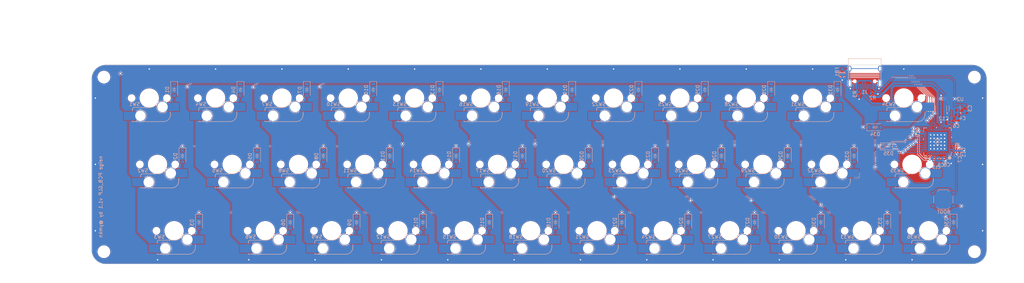
<source format=kicad_pcb>
(kicad_pcb (version 20240108) (generator "pcbnew") (generator_version "8.0")
  (title_block (title "neige PCB GLP") (date "2025-08-21") (rev "v1.1") (company "@ymkn"))
  (layers (0 "F.Cu" signal) (31 "B.Cu" signal) (34 "B.Paste" user) (35 "F.Paste" user) (36 "B.SilkS" user "B.Silkscreen") (37 "F.SilkS" user "F.Silkscreen") (38 "B.Mask" user) (39 "F.Mask" user) (44 "Edge.Cuts" user))
  (net 0 "")
  (net 1 "Net-(D1-A)")
  (net 2 "Net-(D2-A)")
  (net 3 "Net-(D3-A)")
  (net 4 "Net-(D4-A)")
  (net 5 "Net-(D5-A)")
  (net 6 "ROW1")
  (net 7 "Net-(D6-A)")
  (net 8 "Net-(D8-A)")
  (net 9 "Net-(D9-A)")
  (net 10 "ROW2")
  (net 11 "Net-(D10-A)")
  (net 12 "Net-(D11-A)")
  (net 13 "Net-(D12-A)")
  (net 14 "Net-(D13-A)")
  (net 15 "Net-(D7-A)")
  (net 16 "Net-(D14-A)")
  (net 17 "Net-(D15-A)")
  (net 18 "Net-(D16-A)")
  (net 19 "Net-(D17-A)")
  (net 20 "Net-(D18-A)")
  (net 21 "Net-(D19-A)")
  (net 22 "Net-(D20-A)")
  (net 23 "COL0")
  (net 24 "COL1")
  (net 25 "COL2")
  (net 26 "COL3")
  (net 27 "COL4")
  (net 28 "ROW0")
  (net 29 "GND")
  (net 30 "Net-(D21-A)")
  (net 31 "Net-(D22-A)")
  (net 32 "Net-(D23-A)")
  (net 33 "Net-(D24-A)")
  (net 34 "Net-(D25-A)")
  (net 35 "Net-(D26-A)")
  (net 36 "Net-(D27-A)")
  (net 37 "Net-(D28-A)")
  (net 38 "Net-(D29-A)")
  (net 39 "Net-(D30-A)")
  (net 40 "Net-(D31-A)")
  (net 41 "Net-(D32-A)")
  (net 42 "Net-(D33-A)")
  (net 43 "Net-(D34-A)")
  (net 44 "Net-(D35-A)")
  (net 45 "Net-(D36-A)")
  (net 46 "COL5")
  (net 47 "COL6")
  (net 48 "COL7")
  (net 49 "COL8")
  (net 50 "COL9")
  (net 51 "COL10")
  (net 52 "COL11")
  (net 54 "+5V")
  (net 55 "+3V3")
  (net 56 "Net-(U3-NRST)")
  (net 57 "USB_D+")
  (net 58 "Net-(J1-CC2)")
  (net 59 "Net-(J1-CC1)")
  (net 62 "USB_D-")
  (net 64 "BOOT")
  (net 83 "Net-(J1-SHIELD)")
  (footprint "MountingHole:MountingHole_3.2mm_M3" (layer "F.Cu") (at 341.7498 51.1248)
    (property "Reference" "REF**" (hide yes))
    (property "Value" "MountingHole_3.2mm_M3" (hide yes))
  )
  (footprint "MountingHole:MountingHole_3.2mm_M3" (layer "F.Cu") (at 341.7498 101.2748)
    (property "Reference" "REF**" (hide yes))
    (property "Value" "MountingHole_3.2mm_M3" (hide yes))
  )
  (footprint "MountingHole:MountingHole_3.2mm_M3" (layer "F.Cu") (at 91.7498 101.2748)
    (property "Reference" "REF**" (hide yes))
    (property "Value" "MountingHole_3.2mm_M3" (hide yes))
  )
  (footprint "MountingHole:MountingHole_3.2mm_M3" (layer "F.Cu") (at 91.7498 51.1248)
    (property "Reference" "REF**" (hide yes))
    (property "Value" "MountingHole_3.2mm_M3" (hide yes))
  )
  (footprint "ymknlib_Various:D_SOD-123" (layer "B.Cu") (at 188.1188 54.7687 -90)
    (property "Reference" "D13")
    (property "Value" "1N4148W")
  )
  (footprint "ymknlib_Various:D_SOD-123" (layer "B.Cu") (at 150.0188 54.7687 -90)
    (property "Reference" "D7")
    (property "Value" "1N4148W")
  )
  (footprint "ymknlib_Switch_MX_GLP3:SW_MX_GLP3_1.75u" (layer "B.Cu") (at 111.91855 95.2498)
    (property "Reference" "SW3")
    (property "Value" "SW_Push")
  )
  (footprint "ymknlib_Switch_MX_GLP3:SW_MX_GLP3_1u" (layer "B.Cu") (at 290.5123 95.2498)
    (property "Reference" "SW30")
    (property "Value" "SW_Push")
  )
  (footprint "ymknlib_Switch_MX_GLP3:SW_MX_GLP3_1u" (layer "B.Cu") (at 123.8248 57.1498)
    (property "Reference" "SW4")
    (property "Value" "SW_Push")
  )
  (footprint "Resistor_SMD:R_0402_1005Metric" (layer "B.Cu") (at 308.6098 56.0048 -90)
    (property "Reference" "R3")
    (property "Value" "5.1K")
  )
  (footprint "ymknlib_Switch_MX_GLP3:SW_MX_GLP3_1u" (layer "B.Cu") (at 238.1248 57.1498)
    (property "Reference" "SW22")
    (property "Value" "SW_Push")
  )
  (footprint "ymknlib_Switch_MX_GLP3:SW_MX_GLP3_1u" (layer "B.Cu") (at 204.7873 76.1998)
    (property "Reference" "SW17")
    (property "Value" "SW_Push")
  )
  (footprint "ymknlib_Switch_MX_GLP3:SW_MX_GLP3_1u" (layer "B.Cu") (at 233.3623 95.2498)
    (property "Reference" "SW21")
    (property "Value" "SW_Push")
  )
  (footprint "ymknlib_Various:D_SOD-123" (layer "B.Cu") (at 211.9313 73.8187 -90)
    (property "Reference" "D17")
    (property "Value" "1N4148W")
  )
  (footprint "ymknlib_Various:D_SOD-123" (layer "B.Cu") (at 302.4188 54.7687 -90)
    (property "Reference" "D31")
    (property "Value" "1N4148W")
  )
  (footprint "ymknlib_Switch_MX_GLP3:SW_MX_GLP3_1.5u" (layer "B.Cu") (at 323.8498 76.1998)
    (property "Reference" "SW35")
    (property "Value" "SW_Push")
  )
  (footprint "ymknlib_Switch_MX_GLP3:SW_MX_GLP3_1u" (layer "B.Cu") (at 280.9873 76.1998)
    (property "Reference" "SW29")
    (property "Value" "SW_Push")
  )
  (footprint "Capacitor_SMD:C_0402_1005Metric" (layer "B.Cu") (at 335.7798 72.7648 90)
    (property "Reference" "C7")
    (property "Value" "100nF")
  )
  (footprint "ymknlib_Switch_MX_GLP3:SW_MX_GLP3_1u" (layer "B.Cu") (at 142.8748 57.1498)
    (property "Reference" "SW7")
    (property "Value" "SW_Push")
  )
  (footprint "ymknlib_Various:D_SOD-123" (layer "B.Cu") (at 114.3 73.8187 -90)
    (property "Reference" "D2")
    (property "Value" "1N4148W")
  )
  (footprint "ymknlib_Switch_MX_GLP3:SW_MX_GLP3_1u" (layer "B.Cu") (at 257.1748 57.1498)
    (property "Reference" "SW25")
    (property "Value" "SW_Push")
  )
  (footprint "ymknlib_Various:D_SOD-123" (layer "B.Cu") (at 173.8313 73.8187 -90)
    (property "Reference" "D11")
    (property "Value" "1N4148W")
  )
  (footprint "ymknlib_Various:D_SOD-123" (layer "B.Cu") (at 316.7063 92.8687 -90)
    (property "Reference" "D33")
    (property "Value" "1N4148W")
  )
  (footprint "Inductor_SMD:L_0603_1608Metric" (layer "B.Cu") (at 303.7798 49.6248 -90)
    (property "Reference" "FB1")
    (property "Value" "FerriteBead")
  )
  (footprint "ymknlib_Switch_MX_GLP3:SW_MX_GLP3_1u" (layer "B.Cu") (at 214.3123 95.2498)
    (property "Reference" "SW18")
    (property "Value" "SW_Push")
  )
  (footprint "Capacitor_SMD:C_0402_1005Metric" (layer "B.Cu") (at 337.4998 72.7648 90)
    (property "Reference" "C11")
    (property "Value" "4.7uF")
  )
  (footprint "ymknlib_Switch_MX_GLP3:SW_MX_GLP3_1u" (layer "B.Cu") (at 261.9373 76.1998)
    (property "Reference" "SW26")
    (property "Value" "SW_Push")
  )
  (footprint "Resistor_SMD:R_0402_1005Metric" (layer "B.Cu") (at 335.7798 70.8748 90)
    (property "Reference" "R4")
    (property "Value" "10K")
  )
  (footprint "ymknlib_Switch_MX_GLP3:SW_MX_GLP3_1u" (layer "B.Cu") (at 300.0373 76.1998)
    (property "Reference" "SW32")
    (property "Value" "SW_Push")
  )
  (footprint "ymknlib_Switch_MX_GLP3:SW_MX_GLP3_1u" (layer "B.Cu") (at 180.9748 57.1498)
    (property "Reference" "SW13")
    (property "Value" "SW_Push")
  )
  (footprint "ymknlib_Various:D_SOD-123" (layer "B.Cu") (at 221.4563 92.8687 -90)
    (property "Reference" "D18")
    (property "Value" "1N4148W")
  )
  (footprint "ymknlib_Switch_MX_GLP3:SW_MX_GLP3_1u" (layer "B.Cu") (at 309.5623 95.2498)
    (property "Reference" "SW33")
    (property "Value" "SW_Push")
  )
  (footprint "ymknlib_Switch_MX_GLP3:SW_MX_GLP3_1u" (layer "B.Cu") (at 147.6373 76.1998)
    (property "Reference" "SW8")
    (property "Value" "SW_Push")
  )
  (footprint "ymknlib_Various:D_SOD-123" (layer "B.Cu") (at 283.3688 54.7687 -90)
    (property "Reference" "D28")
    (property "Value" "1N4148W")
  )
  (footprint "ymknlib_Various:D_SOD-123" (layer "B.Cu") (at 183.3563 92.8687 -90)
    (property "Reference" "D12")
    (property "Value" "1N4148W")
  )
  (footprint "ymknlib_Various:D_SOD-123" (layer "B.Cu") (at 240.5063 92.8687 -90)
    (property "Reference" "D21")
    (property "Value" "1N4148W")
  )
  (footprint "Capacitor_SMD:C_0402_1005Metric" (layer "B.Cu") (at 330.2098 74.2248)
    (property "Reference" "C9")
    (property "Value" "10nF")
  )
  (footprint "ymknlib_Various:D_SOD-123" (layer "B.Cu") (at 297.6563 92.8687 -90)
    (property "Reference" "D30")
    (property "Value" "1N4148W")
  )
  (footprint "Package_TO_SOT_SMD:SOT-23-3" (layer "B.Cu") (at 336.0623 60.1498 90)
    (property "Reference" "U2")
    (property "Value" "XC6206P332MR")
  )
  (footprint "ymknlib_Switch_MX_GLP3:SW_MX_GLP3_1u" (layer "B.Cu") (at 295.2748 57.1498)
    (property "Reference" "SW31")
    (property "Value" "SW_Push")
  )
  (footprint "ymknlib_Various:D_SOD-123" (layer "B.Cu") (at 154.7813 73.8187 -90)
    (property "Reference" "D8")
    (property "Value" "1N4148W")
  )
  (footprint "Capacitor_SMD:C_0402_1005Metric" (layer "B.Cu") (at 334.6098 64.1948 180)
    (property "Reference" "C12")
    (property "Value" "4.7uF")
  )
  (footprint "ymknlib_Various:D_SOD-123" (layer "B.Cu") (at 135.7313 73.8187 -90)
    (property "Reference" "D5")
    (property "Value" "1N4148W")
  )
  (footprint "Resistor_SMD:R_0402_1005Metric" (layer "B.Cu") (at 312.5098 55.8148 180)
    (property "Reference" "R2")
    (property "Value" "5.1K")
  )
  (footprint "STM32F072CBx:UFQFPN48-7x7mm" (layer "B.Cu") (at 331.149485 69.6498 90)
    (property "Reference" "U3")
    (property "Value" "STM32F072CBU6")
  )
  (footprint "ymknlib_Various:D_SOD-123" (layer "B.Cu") (at 313.2398 65.5248)
    (property "Reference" "D34")
    (property "Value" "1N4148W")
  )
  (footprint "ymknlib_Various:D_SOD-123" (layer "B.Cu") (at 230.9813 73.8187 -90)
    (property "Reference" "D20")
    (property "Value" "1N4148W")
  )
  (footprint "ymknlib_Various:D_SOD-123" (layer "B.Cu") (at 207.1688 54.7687 -90)
    (property "Reference" "D16")
    (property "Value" "1N4148W")
  )
  (footprint "ymknlib_Switch_MX_GLP3:SW_MX_GLP3_1u" (layer "B.Cu") (at 128.5873 76.1998)
    (property "Reference" "SW5")
    (property "Value" "SW_Push")
  )
  (footprint "ymknlib_Various:D_SOD-123" (layer "B.Cu") (at 264.3188 54.7687 -90)
    (property "Reference" "D25")
    (property "Value" "1N4148W")
  )
  (footprint "ymknlib_Switch_MX_GLP3:SW_MX_GLP3_1u" (layer "B.Cu") (at 223.8373 76.1998)
    (property "Reference" "SW20")
    (property "Value" "SW_Push")
  )
  (footprint "ymknlib_Switch_MX_GLP3:SW_MX_GLP3_1u" (layer "B.Cu") (at 138.1123 95.2498)
    (property "Reference" "SW6")
    (property "Value" "SW_Push")
  )
  (footprint "ymknlib_Switch_MX_GLP3:SW_MX_GLP3_1u" (layer "B.Cu") (at 242.8873 76.1998)
    (property "Reference" "SW23")
    (property "Value" "SW_Push")
  )
  (footprint "ymknlib_Switch_MX_GLP3:SW_MX_GLP3_1u" (layer "B.Cu") (at 200.0248 57.1498)
    (property "Reference" "SW16")
    (property "Value" "SW_Push")
  )
  (footprint "Connector_USB:USB_C_Receptacle_HRO_TYPE-C-31-M-12" (layer "B.Cu") (at 310.2498 49.7248)
    (property "Reference" "J1")
    (property "Value" "TYPE-C 16PIN 2MD(073)")
  )
  (footprint "ymknlib_Switch_MX_GLP3:SW_MX_GLP3_1u" (layer "B.Cu") (at 252.4123 95.2498)
    (property "Reference" "SW24")
    (property "Value" "SW_Push")
  )
  (footprint "ymknlib_Various:D_SOD-123" (layer "B.Cu") (at 192.8813 73.8187 -90)
    (property "Reference" "D14")
    (property "Value" "1N4148W")
  )
  (footprint "Capacitor_SMD:C_0402_1005Metric" (layer "B.Cu") (at 331.6298 74.6548 -90)
    (property "Reference" "C5")
    (property "Value" "100nF")
  )
  (footprint "ymknlib_Various:D_SOD-123" (layer "B.Cu") (at 119.0625 92.8687 -90)
    (property "Reference" "D3")
    (property "Value" "1N4148W")
  )
  (footprint "ymknlib_Switch_MX_GLP3:SW_MX_GLP3_1u" (layer "B.Cu") (at 276.2248 57.1498)
    (property "Reference" "SW28")
    (property "Value" "SW_Push")
  )
  (footprint "ymknlib_Various:D_SOD-123" (layer "B.Cu") (at 245.2688 54.7687 -90)
    (property "Reference" "D22")
    (property "Value" "1N4148W")
  )
  (footprint "ymknlib_Various:D_SOD-123" (layer "B.Cu") (at 288.1313 73.8187 -90)
    (property "Reference" "D29")
    (property "Value" "1N4148W")
  )
  (footprint "ymknlib_Switch_MX_GLP3:SW_MX_GLP3_1u" (layer "B.Cu") (at 166.6873 76.1998)
    (property "Reference" "SW11")
    (property "Value" "SW_Push")
  )
  (footprint "Capacitor_SMD:C_0402_1005Metric" (layer "B.Cu") (at 330.6598 75.6348 90)
    (property "Reference" "C13")
    (property "Value" "1uF")
  )
  (footprint "Package_TO_SOT_SMD:SOT-23-6" (layer "B.Cu") (at 332.1498 60.1498 90)
    (property "Reference" "U1")
    (property "Value" "USBLC6-2SC6")
  )
  (footprint "Capacitor_SMD:C_0603_1608Metric" (layer "B.Cu") (at 338.9748 60.0998 -90)
    (property "Reference" "C3")
    (property "Value" "10uF")
  )
  (footprint "ymknlib_Switch_MX_GLP3:SW_MX_GLP3_1u" (layer "B.Cu") (at 104.7748 57.1498)
    (property "Reference" "SW1")
    (property "Value" "SW_Push")
  )
  (footprint "ymknlib_Switch_MX_GLP3:SW_MX_GLP3_1.25u" (layer "B.Cu") (at 107.15605 76.1998)
    (property "Reference" "SW2")
    (property "Value" "SW_Push")
  )
  (footprint "ymknlib_Switch_MX_GLP3:SW_MX_GLP3_1u" (layer "B.Cu") (at 157.1623 95.2498)
    (property "Reference" "SW9")
    (property "Value" "SW_Push")
  )
  (footprint "Capacitor_SMD:C_0402_1005Metric" (layer "B.Cu") (at 333.0398 74.2148 180)
    (property "Reference" "C8")
    (property "Value" "100nF")
  )
  (footprint "ymknlib_Various:D_SOD-123" (layer "B.Cu") (at 226.2188 54.7687 -90)
    (property "Reference" "D19")
    (property "Value" "1N4148W")
  )
  (footprint "ymknlib_Various:D_SOD-123" (layer "B.Cu") (at 202.4063 92.8687 -90)
    (property "Reference" "D15")
    (property "Value" "1N4148W")
  )
  (footprint "Capacitor_SMD:C_0402_1005Metric" (layer "B.Cu") (at 334.6098 65.1648 180)
    (property "Reference" "C6")
    (property "Value" "100nF")
  )
  (footprint "Capacitor_SMD:C_0402_1005Metric" (layer "B.Cu") (at 326.599485 66.9248 -90)
    (property "Reference" "C10")
    (property "Value" "100nF")
  )
  (footprint "ymknlib_Switch_MX_GLP3:SW_MX_GLP3_1u" (layer "B.Cu") (at 219.0748 57.1498)
    (property "Reference" "SW19")
    (property "Value" "SW_Push")
  )
  (footprint "ymknlib_Various:D_SOD-123" (layer "B.Cu") (at 130.9688 54.7687 -90)
    (property "Reference" "D4")
    (property "Value" "1N4148W")
  )
  (footprint "ymknlib_Various:D_SOD-123" (layer "B.Cu") (at 307.1813 73.8187 -90)
    (property "Reference" "D32")
    (property "Value" "1N4148W")
  )
  (footprint "ymknlib_Various:D_SOD-123" (layer "B.Cu") (at 145.2563 92.8687 -90)
    (property "Reference" "D6")
    (property "Value" "1N4148W")
  )
  (footprint "ymknlib_Various:D_SOD-123" (layer "B.Cu") (at 278.6063 92.8687 -90)
    (property "Reference" "D27")
    (property "Value" "1N4148W")
  )
  (footprint "ymknlib_Switch_MX_GLP3:SW_MX_GLP3_1u" (layer "B.Cu") (at 176.2123 95.2498)
    (property "Reference" "SW12")
    (property "Value" "SW_Push")
  )
  (footprint "ymknlib_Switch_MX_GLP3:SW_MX_GLP3_1u" (layer "B.Cu") (at 328.6123 95.2498)
    (property "Reference" "SW36")
    (property "Value" "SW_Push")
  )
  (footprint "ymknlib_Various:D_SOD-123" (layer "B.Cu") (at 335.7563 92.8687 -90)
    (property "Reference" "D36")
    (property "Value" "1N4148W")
  )
  (footprint "ymknlib_Switch_MX_GLP3:SW_MX_GLP3_1u" (layer "B.Cu") (at 185.7373 76.1998)
    (property "Reference" "SW14")
    (property "Value" "SW_Push")
  )
  (footprint "ymknlib_Switch_MX_GLP3:SW_MX_GLP3_1u" (layer "B.Cu") (at 195.2623 95.2498)
    (property "Reference" "SW15")
    (property "Value" "SW_Push")
  )
  (footprint "ymknlib_Various:D_SOD-123" (layer "B.Cu") (at 111.9188 54.7687 -90)
    (property "Reference" "D1")
    (property "Value" "1N4148W")
  )
  (footprint "Button_Switch_SMD:SW_Push_1P1T_XKB_TS-1187A" (layer "B.Cu") (at 332.8298 86.2548 180)
    (property "Reference" "BTN_BOOT1" (hide yes))
    (property "Value" "SW_Push")
  )
  (footprint "ymknlib_Various:D_SOD-123" (layer "B.Cu") (at 259.5563 92.8687 -90)
    (property "Reference" "D24")
    (property "Value" "1N4148W")
  )
  (footprint "ymknlib_Various:D_SOD-123" (layer "B.Cu") (at 250.0313 73.8187 -90)
    (property "Reference" "D23")
    (property "Value" "1N4148W")
  )
  (footprint "ymknlib_Various:D_SOD-123" (layer "B.Cu") (at 269.0813 73.8187 -90)
    (property "Reference" "D26")
    (property "Value" "1N4148W")
  )
  (footprint "ymknlib_Various:D_SOD-123" (layer "B.Cu") (at 164.3063 92.8687 -90)
    (property "Reference" "D9")
    (property "Value" "1N4148W")
  )
  (footprint "ymknlib_Various:D_SOD-123" (layer "B.Cu") (at 169.0688 54.7687 -90)
    (property "Reference" "D10")
    (property "Value" "1N4148W")
  )
  (footprint "ymknlib_Switch_MX_GLP3:SW_MX_GLP3_1u" (layer "B.Cu") (at 271.4623 95.2498)
    (property "Reference" "SW27")
    (property "Value" "SW_Push")
  )
  (footprint "ymknlib_Switch_MX_GLP3:SW_MX_GLP3_1.75u" (layer "B.Cu") (at 321.46855 57.1498)
    (property "Reference" "SW34")
    (property "Value" "SW_Push")
  )
  (footprint "ymknlib_Switch_MX_GLP3:SW_MX_GLP3_1u" (layer "B.Cu") (at 161.9248 57.1498)
    (property "Reference" "SW10")
    (property "Value" "SW_Push")
  )
  (footprint "Capacitor_SMD:C_0603_1608Metric" (layer "B.Cu") (at 335.8898 62.9848)
    (property "Reference" "C4")
    (property "Value" "10uF")
  )
  (footprint "ymknlib_Various:D_SOD-123" (layer "B.Cu") (at 317.0823 71.0348)
    (property "Reference" "D35")
    (property "Value" "1N4148W")
  )
  (gr_arc (start 92.2498 104.7748) (mid 89.421373 103.603227) (end 88.2498 100.7748) (stroke (width 0.1)) (layer "Edge.Cuts"))
  (gr_arc (start 88.2498 51.6248) (mid 89.421373 48.796373) (end 92.2498 47.6248) (stroke (width 0.1)) (layer "Edge.Cuts"))
  (gr_line (start 345.2498 51.6248) (end 345.2498 100.7748) (stroke (width 0.1)) (layer "Edge.Cuts"))
  (gr_line (start 88.2498 100.7748) (end 88.2498 51.6248) (stroke (width 0.1)) (layer "Edge.Cuts"))
  (gr_arc (start 345.2498 100.7748) (mid 344.078227 103.603227) (end 341.2498 104.7748) (stroke (width 0.1)) (layer "Edge.Cuts"))
  (gr_arc (start 341.2498 47.6248) (mid 344.078227 48.796373) (end 345.2498 51.6248) (stroke (width 0.1)) (layer "Edge.Cuts"))
  (gr_line (start 341.2498 104.7748) (end 92.2498 104.7748) (stroke (width 0.1)) (layer "Edge.Cuts"))
  (gr_line (start 92.2498 47.6248) (end 341.2498 47.6248) (stroke (width 0.1)) (layer "Edge.Cuts"))
  (gr_text "neige PCB_GLP v1.1 by @ymkn" (at 91.4098 73.6648 90) (layer "B.SilkS") (effects (font (size 1 1)) (justify left bottom mirror)))
  (gr_text "BOOT" (at 332.9498 90.4248 0) (layer "B.SilkS") (effects (font (size 1 1)) (justify bottom mirror)))
  (gr_text "●" (at 335.3498 74.8248 0) (layer "B.SilkS") (effects (font (size 1 1)) (justify left bottom mirror)))
  (segment (start 111.9188 59.4738) (end 112.1348 59.6898) (width 0.2) (layer "B.Cu") (net 1))
  (segment (start 111.9188 56.4187) (end 111.9188 59.4738) (width 0.2) (layer "B.Cu") (net 1))
  (segment (start 114.3 75.4687) (end 114.3 78.52375) (width 0.2) (layer "B.Cu") (net 2))
  (segment (start 114.3 78.52375) (end 114.51605 78.7398) (width 0.2) (layer "B.Cu") (net 2))
  (segment (start 119.0625 94.5187) (end 119.0625 97.57375) (width 0.2) (layer "B.Cu") (net 3))
  (segment (start 119.0625 97.57375) (end 119.27855 97.7898) (width 0.2) (layer "B.Cu") (net 3))
  (segment (start 130.9688 59.4738) (end 131.1848 59.6898) (width 0.2) (layer "B.Cu") (net 4))
  (segment (start 130.9688 56.4187) (end 130.9688 59.4738) (width 0.2) (layer "B.Cu") (net 4))
  (segment (start 135.7313 78.5238) (end 135.9473 78.7398) (width 0.2) (layer "B.Cu") (net 5))
  (segment (start 135.7313 75.4687) (end 135.7313 78.5238) (width 0.2) (layer "B.Cu") (net 5))
  (segment (start 154.7898 70.9648) (end 135.7413 70.9648) (width 0.2) (layer "F.Cu") (net 6))
  (segment (start 135.7213 70.9648) (end 114.3 70.9648) (width 0.2) (layer "F.Cu") (net 6))
  (segment (start 307.1798 70.9648) (end 288.1298 70.9648) (width 0.2) (layer "F.Cu") (net 6))
  (segment (start 135.7313 70.9748) (end 135.7213 70.9648) (width 0.2) (layer "F.Cu") (net 6))
  (segment (start 192.8698 70.9648) (end 173.8298 70.9648) (width 0.2) (layer "F.Cu") (net 6))
  (segment (start 288.1298 70.9648) (end 269.0698 70.9648) (width 0.2) (layer "F.Cu") (net 6))
  (segment (start 211.9398 70.9648) (end 192.8698 70.9648) (width 0.2) (layer "F.Cu") (net 6))
  (segment (start 230.9798 70.9648) (end 211.9398 70.9648) (width 0.2) (layer "F.Cu") (net 6))
  (segment (start 314.288025 70.9648) (end 307.1798 70.9648) (width 0.2) (layer "F.Cu") (net 6))
  (segment (start 135.7413 70.9648) (end 135.7313 70.9748) (width 0.2) (layer "F.Cu") (net 6))
  (segment (start 250.0298 70.9648) (end 230.9798 70.9648) (width 0.2) (layer "F.Cu") (net 6))
  (segment (start 314.2998 70.953025) (end 314.288025 70.9648) (width 0.2) (layer "F.Cu") (net 6))
  (segment (start 269.0698 70.9648) (end 250.0298 70.9648) (width 0.2) (layer "F.Cu") (net 6))
  (segment (start 173.8298 70.9648) (end 154.7898 70.9648) (width 0.2) (layer "F.Cu") (net 6))
  (via (at 135.7313 70.9748) (size 0.8) (drill 0.4) (layers "F.Cu" "B.Cu") (net 6))
  (via (at 269.0698 70.9648) (size 0.8) (drill 0.4) (layers "F.Cu" "B.Cu") (net 6))
  (via (at 173.8298 70.9648) (size 0.8) (drill 0.4) (layers "F.Cu" "B.Cu") (net 6))
  (via (at 250.0298 70.9648) (size 0.8) (drill 0.4) (layers "F.Cu" "B.Cu") (net 6))
  (via (at 230.9798 70.9648) (size 0.8) (drill 0.4) (layers "F.Cu" "B.Cu") (net 6))
  (via (at 314.2998 70.953025) (size 0.8) (drill 0.4) (layers "F.Cu" "B.Cu") (net 6))
  (via (at 211.9398 70.9648) (size 0.8) (drill 0.4) (layers "F.Cu" "B.Cu") (net 6))
  (via (at 307.1798 70.9648) (size 0.8) (drill 0.4) (layers "F.Cu" "B.Cu") (net 6))
  (via (at 114.3 70.9648) (size 0.8) (drill 0.4) (layers "F.Cu" "B.Cu") (net 6))
  (via (at 192.8698 70.9648) (size 0.8) (drill 0.4) (layers "F.Cu" "B.Cu") (net 6))
  (via (at 154.7898 70.9648) (size 0.8) (drill 0.4) (layers "F.Cu" "B.Cu") (net 6))
  (via (at 288.1298 70.9648) (size 0.8) (drill 0.4) (layers "F.Cu" "B.Cu") (net 6))
  (segment (start 269.0813 72.1687) (end 269.0813 70.9763) (width 0.2) (layer "B.Cu") (net 6))
  (segment (start 250.0313 72.1687) (end 250.0313 70.9663) (width 0.2) (layer "B.Cu") (net 6))
  (segment (start 307.1813 72.1687) (end 307.1813 70.9663) (width 0.2) (layer "B.Cu") (net 6))
  (segment (start 173.8313 72.1687) (end 173.8313 70.9663) (width 0.2) (layer "B.Cu") (net 6))
  (segment (start 321.7198 69.6748) (end 322.345115 69.049485) (width 0.2) (layer "B.Cu") (net 6))
  (segment (start 288.1313 72.1687) (end 288.1313 70.9663) (width 0.2) (layer "B.Cu") (net 6))
  (segment (start 288.1313 70.9663) (end 288.1298 70.9648) (width 0.2) (layer "B.Cu") (net 6))
  (segment (start 314.2998 70.953025) (end 316.846575 70.953025) (width 0.2) (layer "B.Cu") (net 6))
  (segment (start 323.56468 69.049485) (end 323.714554 68.899611) (width 0.2) (layer "B.Cu") (net 6))
  (segment (start 316.846575 70.953025) (end 318.1248 69.6748) (width 0.2) (layer "B.Cu") (net 6))
  (segment (start 230.9813 72.1687) (end 230.9813 70.9663) (width 0.2) (layer "B.Cu") (net 6))
  (segment (start 192.8813 70.9763) (end 192.8698 70.9648) (width 0.2) (layer "B.Cu") (net 6))
  (segment (start 323.714554 68.899611) (end 327.774485 68.899611) (width 0.2) (layer "B.Cu") (net 6))
  (segment (start 307.1813 70.9663) (end 307.1798 70.9648) (width 0.2) (layer "B.Cu") (net 6))
  (segment (start 269.0813 70.9763) (end 269.0698 70.9648) (width 0.2) (layer "B.Cu") (net 6))
  (segment (start 135.7313 70.9748) (end 135.7313 72.1687) (width 0.2) (layer "B.Cu") (net 6))
  (segment (start 154.7813 72.1687) (end 154.7813 70.9733) (width 0.2) (layer "B.Cu") (net 6))
  (segment (start 211.9313 72.1687) (end 211.9313 70.9733) (width 0.2) (layer "B.Cu") (net 6))
  (segment (start 154.7813 70.9733) (end 154.7898 70.9648) (width 0.2) (layer "B.Cu") (net 6))
  (segment (start 211.9313 70.9733) (end 211.9398 70.9648) (width 0.2) (layer "B.Cu") (net 6))
  (segment (start 318.1248 69.6748) (end 321.7198 69.6748) (width 0.2) (layer "B.Cu") (net 6))
  (segment (start 192.8813 72.1687) (end 192.8813 70.9763) (width 0.2) (layer "B.Cu") (net 6))
  (segment (start 173.8313 70.9663) (end 173.8298 70.9648) (width 0.2) (layer "B.Cu") (net 6))
  (segment (start 230.9813 70.9663) (end 230.9798 70.9648) (width 0.2) (layer "B.Cu") (net 6))
  (segment (start 322.345115 69.049485) (end 323.56468 69.049485) (width 0.2) (layer "B.Cu") (net 6))
  (segment (start 250.0313 70.9663) (end 250.0298 70.9648) (width 0.2) (layer "B.Cu") (net 6))
  (segment (start 114.3 70.9648) (end 114.3 72.1687) (width 0.2) (layer "B.Cu") (net 6))
  (segment (start 145.2563 97.5738) (end 145.4723 97.7898) (width 0.2) (layer "B.Cu") (net 7))
  (segment (start 145.2563 94.5187) (end 145.2563 97.5738) (width 0.2) (layer "B.Cu") (net 7))
  (segment (start 154.7813 75.4687) (end 154.7813 78.5238) (width 0.2) (layer "B.Cu") (net 8))
  (segment (start 154.7813 78.5238) (end 154.9973 78.7398) (width 0.2) (layer "B.Cu") (net 8))
  (segment (start 164.3063 94.5187) (end 164.3063 97.5738) (width 0.2) (layer "B.Cu") (net 9))
  (segment (start 164.3063 97.5738) (end 164.5223 97.7898) (width 0.2) (layer "B.Cu") (net 9))
  (segment (start 333.5498 91.2248) (end 332.3398 90.0148) (width 0.2) (layer "F.Cu") (net 10))
  (segment (start 321.093463 72.819454) (end 315.830016 72.819454) (width 0.2) (layer "F.Cu") (net 10))
  (segment (start 119.0698 90.0148) (end 119.0598 90.0248) (width 0.2) (layer "F.Cu") (net 10))
  (segment (start 312.152155 77.55742) (end 302.814775 86.8948) (width 0.2) (layer "F.Cu") (net 10))
  (segment (start 314.272256 76.780823) (end 313.495659 77.55742) (width 0.2) (layer "F.Cu") (net 10))
  (segment (start 321.19386 72.719057) (end 321.093463 72.819454) (width 0.2) (layer "F.Cu") (net 10))
  (segment (start 278.60605 90.0148) (end 259.55605 90.0148) (width 0.2) (layer "F.Cu") (net 10))
  (segment (start 259.55605 90.0148) (end 240.50605 90.0148) (width 0.2) (layer "F.Cu") (net 10))
  (segment (start 315.830016 72.819454) (end 314.272256 74.377214) (width 0.2) (layer "F.Cu") (net 10))
  (segment (start 202.40605 90.0148) (end 183.3598 90.0148) (width 0.2) (layer "F.Cu") (net 10))
  (segment (start 314.272256 74.377214) (end 314.272256 76.780823) (width 0.2) (layer "F.Cu") (net 10))
  (segment (start 183.3598 90.0148) (end 164.2998 90.0148) (width 0.2) (layer "F.Cu") (net 10))
  (segment (start 332.3398 90.0148) (end 316.7098 90.0148) (width 0.2) (layer "F.Cu") (net 10))
  (segment (start 297.65605 88.85855) (end 297.65605 90.0148) (width 0.2) (layer "F.Cu") (net 10))
  (segment (start 297.65605 90.0148) (end 278.60605 90.0148) (width 0.2) (layer "F.Cu") (net 10))
  (segment (start 164.2998 90.0148) (end 145.2498 90.0148) (width 0.2) (layer "F.Cu") (net 10))
  (segment (start 221.45605 90.0148) (end 202.40605 90.0148) (width 0.2) (layer "F.Cu") (net 10))
  (segment (start 240.50605 90.0148) (end 221.45605 90.0148) (width 0.2) (layer "F.Cu") (net 10))
  (segment (start 299.6198 86.8948) (end 297.65605 88.85855) (width 0.2) (layer "F.Cu") (net 10))
  (segment (start 313.495659 77.55742) (end 312.152155 77.55742) (width 0.2) (layer "F.Cu") (net 10))
  (segment (start 297.65605 90.0148) (end 316.7098 90.0148) (width 0.2) (layer "F.Cu") (net 10))
  (segment (start 145.2498 90.0148) (end 119.0698 90.0148) (width 0.2) (layer "F.Cu") (net 10))
  (segment (start 302.814775 86.8948) (end 299.6198 86.8948) (width 0.2) (layer "F.Cu") (net 10))
  (via (at 202.40605 90.0148) (size 0.8) (drill 0.4) (layers "F.Cu" "B.Cu") (net 10))
  (via (at 240.50605 90.0148) (size 0.8) (drill 0.4) (layers "F.Cu" "B.Cu") (net 10))
  (via (at 278.60605 90.0148) (size 0.8) (drill 0.4) (layers "F.Cu" "B.Cu") (net 10))
  (via (at 297.65605 90.0148) (size 0.8) (drill 0.4) (layers "F.Cu" "B.Cu") (net 10))
  (via (at 183.3598 90.0148) (size 0.8) (drill 0.4) (layers "F.Cu" "B.Cu") (net 10))
  (via (at 164.2998 90.0148) (size 0.8) (drill 0.4) (layers "F.Cu" "B.Cu") (net 10))
  (via (at 321.19386 72.719057) (size 0.8) (drill 0.4) (layers "F.Cu" "B.Cu") (net 10))
  (via (at 259.55605 90.0148) (size 0.8) (drill 0.4) (layers "F.Cu" "B.Cu") (net 10))
  (via (at 316.7098 90.0148) (size 0.8) (drill 0.4) (layers "F.Cu" "B.Cu") (net 10))
  (via (at 145.2498 90.0148) (size 0.8) (drill 0.4) (layers "F.Cu" "B.Cu") (net 10))
  (via (at 221.45605 90.0148) (size 0.8) (drill 0.4) (layers "F.Cu" "B.Cu") (net 10))
  (via (at 119.0598 90.0248) (size 0.8) (drill 0.4) (layers "F.Cu" "B.Cu") (net 10))
  (via (at 333.5498 91.2248) (size 0.8) (drill 0.4) (layers "F.Cu" "B.Cu") (net 10))
  (segment (start 327.342811 71.900367) (end 327.774485 71.900367) (width 0.2) (layer "B.Cu") (net 10))
  (segment (start 240.5063 91.2187) (end 240.5063 90.01505) (width 0.2) (layer "B.Cu") (net 10))
  (segment (start 333.5498 91.2248) (end 333.5559 91.2187) (width 0.2) (layer "B.Cu") (net 10))
  (segment (start 183.3563 90.0183) (end 183.3598 90.0148) (width 0.2) (layer "B.Cu") (net 10))
  (segment (start 297.6563 90.01505) (end 297.65605 90.0148) (width 0.2) (layer "B.Cu") (net 10))
  (segment (start 240.5063 90.01505) (end 240.50605 90.0148) (width 0.2) (layer "B.Cu") (net 10))
  (segment (start 316.7098 90.0148) (end 316.7098 91.2152) (width 0.2) (layer "B.Cu") (net 10))
  (segment (start 183.3563 91.2187) (end 183.3563 90.0183) (width 0.2) (layer "B.Cu") (net 10))
  (segment (start 119.0598 91.216) (end 119.0625 91.2187) (width 0.2) (layer "B.Cu") (net 10))
  (segment (start 221.4563 91.2187) (end 221.4563 90.01505) (width 0.2) (layer "B.Cu") (net 10))
  (segment (start 259.5563 90.01505) (end 259.55605 90.0148) (width 0.2) (layer "B.Cu") (net 10))
  (segment (start 164.3063 90.0213) (end 164.2998 90.0148) (width 0.2) (layer "B.Cu") (net 10))
  (segment (start 297.6563 91.2187) (end 297.6563 90.01505) (width 0.2) (layer "B.Cu") (net 10))
  (segment (start 145.2563 90.0213) (end 145.2498 90.0148) (width 0.2) (layer "B.Cu") (net 10))
  (segment (start 278.6063 90.01505) (end 278.60605 90.0148) (width 0.2) (layer "B.Cu") (net 10))
  (segment (start 221.4563 90.01505) (end 221.45605 90.0148) (width 0.2) (layer "B.Cu") (net 10))
  (segment (start 259.5563 91.2187) (end 259.5563 90.01505) (width 0.2) (layer "B.Cu") (net 10))
  (segment (start 316.7098 91.2152) (end 316.7063 91.2187) (width 0.2) (layer "B.Cu") (net 10))
  (segment (start 119.0598 90.0248) (end 119.0598 91.216) (width 0.2) (layer "B.Cu") (net 10))
  (segment (start 278.6063 91.2187) (end 278.6063 90.01505) (width 0.2) (layer "B.Cu") (net 10))
  (segment (start 333.5559 91.2187) (end 335.7563 91.2187) (width 0.2) (layer "B.Cu") (net 10))
  (segment (start 202.4063 91.2187) (end 202.4063 90.01505) (width 0.2) (layer "B.Cu") (net 10))
  (segment (start 145.2563 91.2187) (end 145.2563 90.0213) (width 0.2) (layer "B.Cu") (net 10))
  (segment (start 202.4063 90.01505) (end 202.40605 90.0148) (width 0.2) (layer "B.Cu") (net 10))
  (segment (start 326.524121 72.719057) (end 327.342811 71.900367) (width 0.2) (layer "B.Cu") (net 10))
  (segment (start 164.3063 91.2187) (end 164.3063 90.0213) (width 0.2) (layer "B.Cu") (net 10))
  (segment (start 321.19386 72.719057) (end 326.524121 72.719057) (width 0.2) (layer "B.Cu") (net 10))
  (segment (start 169.0688 59.4738) (end 169.2848 59.6898) (width 0.2) (layer "B.Cu") (net 11))
  (segment (start 169.0688 56.4187) (end 169.0688 59.4738) (width 0.2) (layer "B.Cu") (net 11))
  (segment (start 174.0473 78.0352) (end 173.8313 78.2512) (width 0.2) (layer "B.Cu") (net 12))
  (segment (start 173.8313 75.4687) (end 174.0473 75.6847) (width 0.2) (layer "B.Cu") (net 12))
  (segment (start 174.0473 75.6847) (end 174.0473 78.0352) (width 0.2) (layer "B.Cu") (net 12))
  (segment (start 183.3563 94.5187) (end 183.5723 94.7347) (width 0.2) (layer "B.Cu") (net 13))
  (segment (start 183.5723 97.0852) (end 183.3563 97.3012) (width 0.2) (layer "B.Cu") (net 13))
  (segment (start 183.5723 94.7347) (end 183.5723 97.0852) (width 0.2) (layer "B.Cu") (net 13))
  (segment (start 188.1188 59.4738) (end 188.3348 59.6898) (width 0.2) (layer "B.Cu") (net 14))
  (segment (start 188.1188 56.4187) (end 188.1188 59.4738) (width 0.2) (layer "B.Cu") (net 14))
  (segment (start 150.0188 59.4738) (end 150.2348 59.6898) (width 0.2) (layer "B.Cu") (net 15))
  (segment (start 150.0188 56.4187) (end 150.0188 59.4738) (width 0.2) (layer "B.Cu") (net 15))
  (segment (start 192.8813 75.4687) (end 192.8813 78.5238) (width 0.2) (layer "B.Cu") (net 16))
  (segment (start 192.8813 78.5238) (end 193.0973 78.7398) (width 0.2) (layer "B.Cu") (net 16))
  (segment (start 202.4063 97.5738) (end 202.6223 97.7898) (width 0.2) (layer "B.Cu") (net 17))
  (segment (start 202.4063 94.5187) (end 202.4063 97.5738) (width 0.2) (layer "B.Cu") (net 17))
  (segment (start 207.1688 59.4738) (end 207.3848 59.6898) (width 0.2) (layer "B.Cu") (net 18))
  (segment (start 207.1688 56.4187) (end 207.1688 59.4738) (width 0.2) (layer "B.Cu") (net 18))
  (segment (start 211.9313 78.5238) (end 212.1473 78.7398) (width 0.2) (layer "B.Cu") (net 19))
  (segment (start 211.9313 75.4687) (end 211.9313 78.5238) (width 0.2) (layer "B.Cu") (net 19))
  (segment (start 221.4563 94.5187) (end 221.4563 97.5738) (width 0.2) (layer "B.Cu") (net 20))
  (segment (start 221.4563 97.5738) (end 221.6723 97.7898) (width 0.2) (layer "B.Cu") (net 20))
  (segment (start 226.2188 56.4187) (end 226.2188 59.4738) (width 0.2) (layer "B.Cu") (net 21))
  (segment (start 226.2188 59.4738) (end 226.4348 59.6898) (width 0.2) (layer "B.Cu") (net 21))
  (segment (start 230.9813 75.4687) (end 230.9813 78.5238) (width 0.2) (layer "B.Cu") (net 22))
  (segment (start 230.9813 78.5238) (end 231.1973 78.7398) (width 0.2) (layer "B.Cu") (net 22))
  (segment (start 323.1398 50.0648) (end 330.1898 57.1148) (width 0.2) (layer "F.Cu") (net 23))
  (segment (start 330.1898 57.1148) (end 330.1898 61.506629) (width 0.2) (layer "F.Cu") (net 23))
  (segment (start 96.5198 50.0848) (end 96.5398 50.0648) (width 0.2) (layer "F.Cu") (net 23))
  (segment (start 96.5398 50.0648) (end 323.1398 50.0648) (width 0.2) (layer "F.Cu") (net 23))
  (via (at 96.5198 50.0848) (size 0.8) (drill 0.4) (layers "F.Cu" "B.Cu") (net 23))
  (via (at 330.1898 61.506629) (size 0.8) (drill 0.4) (layers "F.Cu" "B.Cu") (net 23))
  (segment (start 96.5298 50.0948) (end 96.5298 60.0748) (width 0.2) (layer "B.Cu") (net 23))
  (segment (start 330.1898 64.2448) (end 331.399548 65.454548) (width 0.2) (layer "B.Cu") (net 23))
  (segment (start 101.06605 81.2798) (end 101.06605 95.70105) (width 0.2) (layer "B.Cu") (net 23))
  (segment (start 331.399548 65.454548) (end 331.399548 66.2748) (width 0.2) (layer "B.Cu") (net 23))
  (segment (start 105.6948 100.3298) (end 105.82855 100.3298) (width 0.2) (layer "B.Cu") (net 23))
  (segment (start 101.06605 95.70105) (end 105.6948 100.3298) (width 0.2) (layer "B.Cu") (net 23))
  (segment (start 98.6848 78.89855) (end 101.06605 81.2798) (width 0.2) (layer "B.Cu") (net 23))
  (segment (start 98.6848 62.2298) (end 98.6848 78.89855) (width 0.2) (layer "B.Cu") (net 23))
  (segment (start 330.1898 61.506629) (end 330.1898 64.2448) (width 0.2) (layer "B.Cu") (net 23))
  (segment (start 96.5198 50.0848) (end 96.5298 50.0948) (width 0.2) (layer "B.Cu") (net 23))
  (segment (start 96.5298 60.0748) (end 98.6848 62.2298) (width 0.2) (layer "B.Cu") (net 23))
  (segment (start 329.5398 56.959774) (end 322.994826 50.4148) (width 0.2) (layer "F.Cu") (net 24))
  (segment (start 329.5398 62.205427) (end 329.5398 56.959774) (width 0.2) (layer "F.Cu") (net 24))
  (segment (start 119.1598 50.4148) (end 115.6498 53.9248) (width 0.2) (layer "F.Cu") (net 24))
  (segment (start 322.994826 50.4148) (end 119.1598 50.4148) (width 0.2) (layer "F.Cu") (net 24))
  (via (at 329.5398 62.205427) (size 0.8) (drill 0.4) (layers "F.Cu" "B.Cu") (net 24))
  (via (at 115.6498 53.9248) (size 0.8) (drill 0.4) (layers "F.Cu" "B.Cu") (net 24))
  (segment (start 329.5398 62.205427) (end 329.5398 64.089774) (width 0.2) (layer "B.Cu") (net 24))
  (segment (start 115.6498 53.9248) (end 115.6498 60.1448) (width 0.2) (layer "B.Cu") (net 24))
  (segment (start 117.7348 76.8298) (end 128.2298 87.3248) (width 0.2) (layer "B.Cu") (net 24))
  (segment (start 329.5398 64.089774) (end 330.899422 65.449396) (width 0.2) (layer "B.Cu") (net 24))
  (segment (start 115.6498 60.1448) (end 117.7348 62.2298) (width 0.2) (layer "B.Cu") (net 24))
  (segment (start 330.899422 65.449396) (end 330.899422 66.2748) (width 0.2) (layer "B.Cu") (net 24))
  (segment (start 117.7348 62.2298) (end 117.7348 76.8298) (width 0.2) (layer "B.Cu") (net 24))
  (segment (start 128.2298 96.5373) (end 132.0223 100.3298) (width 0.2) (layer "B.Cu") (net 24))
  (segment (start 128.2298 87.3248) (end 128.2298 96.5373) (width 0.2) (layer "B.Cu") (net 24))
  (segment (start 137.9098 50.7648) (end 134.6498 54.0248) (width 0.2) (layer "F.Cu") (net 25))
  (segment (start 322.849852 50.7648) (end 137.9098 50.7648) (width 0.2) (layer "F.Cu") (net 25))
  (segment (start 328.882973 62.89178) (end 328.882973 56.797921) (width 0.2) (layer "F.Cu") (net 25))
  (segment (start 328.882973 56.797921) (end 322.849852 50.7648) (width 0.2) (layer "F.Cu") (net 25))
  (via (at 134.6498 54.0248) (size 0.8) (drill 0.4) (layers "F.Cu" "B.Cu") (net 25))
  (via (at 328.882973 62.89178) (size 0.8) (drill 0.4) (layers "F.Cu" "B.Cu") (net 25))
  (segment (start 328.882973 62.89178) (end 328.882973 64.127973) (width 0.2) (layer "B.Cu") (net 25))
  (segment (start 134.6498 54.0248) (end 134.63 54.0446) (width 0.2) (layer "B.Cu") (net 25))
  (segment (start 148.9175 91.3925) (end 148.9175 98.175) (width 0.2) (layer "B.Cu") (net 25))
  (segment (start 134.63 54.0446) (end 134.63 60.055) (width 0.2) (layer "B.Cu") (net 25))
  (segment (start 141.5473 84.0223) (end 148.9175 91.3925) (width 0.2) (layer "B.Cu") (net 25))
  (segment (start 148.9175 98.175) (end 151.0723 100.3298) (width 0.2) (layer "B.Cu") (net 25))
  (segment (start 141.5473 81.2798) (end 141.5473 84.0223) (width 0.2) (layer "B.Cu") (net 25))
  (segment (start 136.7848 62.2098) (end 136.7848 65.2598) (width 0.2) (layer "B.Cu") (net 25))
  (segment (start 330.399296 65.644296) (end 330.399296 66.2748) (width 0.2) (layer "B.Cu") (net 25))
  (segment (start 134.63 60.055) (end 136.7848 62.2098) (width 0.2) (layer "B.Cu") (net 25))
  (segment (start 139.4698 79.2023) (end 141.5473 81.2798) (width 0.2) (layer "B.Cu") (net 25))
  (segment (start 328.882973 64.127973) (end 330.399296 65.644296) (width 0.2) (layer "B.Cu") (net 25))
  (segment (start 136.7848 65.2598) (end 139.4698 67.9448) (width 0.2) (layer "B.Cu") (net 25))
  (segment (start 139.4698 67.9448) (end 139.4698 79.2023) (width 0.2) (layer "B.Cu") (net 25))
  (segment (start 156.5598 51.1148) (end 153.7498 53.9248) (width 0.2) (layer "F.Cu") (net 26))
  (segment (start 325.894826 54.309826) (end 325.894826 54.304748) (width 0.2) (layer "F.Cu") (net 26))
  (segment (start 325.894826 54.304748) (end 322.704878 51.1148) (width 0.2) (layer "F.Cu") (net 26))
  (segment (start 322.704878 51.1148) (end 156.5598 51.1148) (width 0.2) (layer "F.Cu") (net 26))
  (segment (start 328.233186 63.5848) (end 328.233186 56.648186) (width 0.2) (layer "F.Cu") (net 26))
  (segment (start 328.233186 56.648186) (end 325.894826 54.309826) (width 0.2) (layer "F.Cu") (net 26))
  (via (at 328.233186 63.5848) (size 0.8) (drill 0.4) (layers "F.Cu" "B.Cu") (net 26))
  (via (at 153.7498 53.9248) (size 0.8) (drill 0.4) (layers "F.Cu" "B.Cu") (net 26))
  (segment (start 328.233186 64.048186) (end 329.399044 65.214044) (width 0.2) (layer "B.Cu") (net 26))
  (segment (start 158.6898 79.5348) (end 160.5973 81.4423) (width 0.2) (layer "B.Cu") (net 26))
  (segment (start 328.233186 63.5848) (end 328.233186 64.048186) (width 0.2) (layer "B.Cu") (net 26))
  (segment (start 155.8348 65.2098) (end 158.6898 68.0648) (width 0.2) (layer "B.Cu") (net 26))
  (segment (start 160.5973 81.4423) (end 160.5973 83.7723) (width 0.2) (layer "B.Cu") (net 26))
  (segment (start 167.9675 91.1425) (end 167.9675 98.175) (width 0.2) (layer "B.Cu") (net 26))
  (segment (start 153.7498 53.9248) (end 153.68 53.9946) (width 0.2) (layer "B.Cu") (net 26))
  (segment (start 158.6898 68.0648) (end 158.6898 79.5348) (width 0.2) (layer "B.Cu") (net 26))
  (segment (start 167.9675 98.175) (end 170.1223 100.3298) (width 0.2) (layer "B.Cu") (net 26))
  (segment (start 153.68 53.9946) (end 153.68 60.9) (width 0.2) (layer "B.Cu") (net 26))
  (segment (start 155.8348 63.0548) (end 155.8348 65.2098) (width 0.2) (layer "B.Cu") (net 26))
  (segment (start 329.399044 65.214044) (end 329.399044 66.2748) (width 0.2) (layer "B.Cu") (net 26))
  (segment (start 160.5973 83.7723) (end 167.9675 91.1425) (width 0.2) (layer "B.Cu") (net 26))
  (segment (start 153.68 60.9) (end 155.8348 63.0548) (width 0.2) (layer "B.Cu") (net 26))
  (segment (start 315.102339 69.5848) (end 216.306713 69.5848) (width 0.2) (layer "F.Cu") (net 27))
  (segment (start 196.811739 69.6048) (end 196.273261 69.6048) (width 0.2) (layer "F.Cu") (net 27))
  (segment (start 323.404048 67.399485) (end 322.45014 67.399485) (width 0.2) (layer "F.Cu") (net 27))
  (segment (start 324.164305 66.809654) (end 323.993879 66.809654) (width 0.2) (layer "F.Cu") (net 27))
  (segment (start 195.593261 70.2848) (end 177.5025 70.2848) (width 0.2) (layer "F.Cu") (net 27))
  (segment (start 197.071739 69.8648) (end 196.811739 69.6048) (width 0.2) (layer "F.Cu") (net 27))
  (segment (start 321.149825 68.6998) (end 315.987339 68.6998) (width 0.2) (layer "F.Cu") (net 27))
  (segment (start 216.306713 69.5848) (end 216.006713 69.2848) (width 0.2) (layer "F.Cu") (net 27))
  (segment (start 323.993879 66.809654) (end 323.404048 67.399485) (width 0.2) (layer "F.Cu") (net 27))
  (segment (start 215.178287 69.2848) (end 214.598287 69.8648) (width 0.2) (layer "F.Cu") (net 27))
  (segment (start 214.598287 69.8648) (end 197.071739 69.8648) (width 0.2) (layer "F.Cu") (net 27))
  (segment (start 196.273261 69.6048) (end 195.593261 70.2848) (width 0.2) (layer "F.Cu") (net 27))
  (segment (start 322.45014 67.399485) (end 321.149825 68.6998) (width 0.2) (layer "F.Cu") (net 27))
  (segment (start 216.006713 69.2848) (end 215.178287 69.2848) (width 0.2) (layer "F.Cu") (net 27))
  (segment (start 177.5025 70.2848) (end 177.4925 70.2948) (width 0.2) (layer "F.Cu") (net 27))
  (segment (start 315.987339 68.6998) (end 315.102339 69.5848) (width 0.2) (layer "F.Cu") (net 27))
  (via (at 177.4925 70.2948) (size 0.8) (drill 0.4) (layers "F.Cu" "B.Cu") (net 27))
  (via (at 324.164305 66.809654) (size 0.8) (drill 0.4) (layers "F.Cu" "B.Cu") (net 27))
  (segment (start 187.0175 91.1925) (end 187.0175 98.175) (width 0.2) (layer "B.Cu") (net 27))
  (segment (start 179.6473 81.2798) (end 179.6473 83.8223) (width 0.2) (layer "B.Cu") (net 27))
  (segment (start 174.8848 63.0548) (end 174.8848 65.4598) (width 0.2) (layer "B.Cu") (net 27))
  (segment (start 179.6473 83.8223) (end 187.0175 91.1925) (width 0.2) (layer "B.Cu") (net 27))
  (segment (start 327.923792 65.7998) (end 328.398792 66.2748) (width 0.2) (layer "B.Cu") (net 27))
  (segment (start 177.4698 68.0448) (end 177.4698 79.1023) (width 0.2) (layer "B.Cu") (net 27))
  (segment (start 177.4698 79.1023) (end 179.6473 81.2798) (width 0.2) (layer "B.Cu") (net 27))
  (segment (start 174.8848 65.4598) (end 177.4698 68.0448) (width 0.2) (layer "B.Cu") (net 27))
  (segment (start 324.164305 66.809654) (end 325.174159 65.7998) (width 0.2) (layer "B.Cu") (net 27))
  (segment (start 187.0175 98.175) (end 189.1723 100.3298) (width 0.2) (layer "B.Cu") (net 27))
  (segment (start 325.174159 65.7998) (end 327.923792 65.7998) (width 0.2) (layer "B.Cu") (net 27))
  (segment (start 322.10014 67.25451) (end 322.305165 67.049485) (width 0.2) (layer "F.Cu") (net 28))
  (segment (start 322.305165 67.049485) (end 323.005234 67.049485) (width 0.2) (layer "F.Cu") (net 28))
  (segment (start 314.957364 69.2348) (end 315.557365 68.6348) (width 0.2) (layer "F.Cu") (net 28))
  (segment (start 315.842365 68.3498) (end 321.004851 68.3498) (width 0.2) (layer "F.Cu") (net 28))
  (segment (start 321.004851 68.3498) (end 322.10014 67.25451) (width 0.2) (layer "F.Cu") (net 28))
  (segment (start 309.8398 65.4748) (end 309.8398 68.7648) (width 0.2) (layer "F.Cu") (net 28))
  (segment (start 310.3098 69.2348) (end 314.957364 69.2348) (width 0.2) (layer "F.Cu") (net 28))
  (segment (start 309.8398 68.7648) (end 310.3098 69.2348) (width 0.2) (layer "F.Cu") (net 28))
  (segment (start 315.557365 68.6348) (end 315.842365 68.3498) (width 0.2) (layer "F.Cu") (net 28))
  (segment (start 323.005234 67.049485) (end 324.257034 65.797685) (width 0.2) (layer "F.Cu") (net 28))
  (via (at 309.8398 65.4748) (size 0.8) (drill 0.4) (layers "F.Cu" "B.Cu") (net 28))
  (via (at 324.257034 65.797685) (size 0.8) (drill 0.4) (layers "F.Cu" "B.Cu") (net 28))
  (segment (start 309.8398 65.4748) (end 311.5398 65.4748) (width 0.2) (layer "B.Cu") (net 28))
  (segment (start 309.8398 65.4748) (end 309.8398 62.6648) (width 0.2) (layer "B.Cu") (net 28))
  (segment (start 309.8398 62.6648) (end 304.2298 57.0548) (width 0.2) (layer "B.Cu") (net 28))
  (segment (start 328.898918 65.843126) (end 328.898918 66.2748) (width 0.2) (layer "B.Cu") (net 28))
  (segment (start 304.2298 57.0548) (end 304.2298 53.5848) (width 0.2) (layer "B.Cu") (net 28))
  (segment (start 311.5398 65.4748) (end 311.5898 65.5248) (width 0.2) (layer "B.Cu") (net 28))
  (segment (start 303.7637 53.1187) (end 302.4188 53.1187) (width 0.2) (layer "B.Cu") (net 28))
  (segment (start 324.486915 65.797685) (end 324.8348 65.4498) (width 0.2) (layer "B.Cu") (net 28))
  (segment (start 304.2298 53.5848) (end 303.7637 53.1187) (width 0.2) (layer "B.Cu") (net 28))
  (segment (start 328.505592 65.4498) (end 328.898918 65.843126) (width 0.2) (layer "B.Cu") (net 28))
  (segment (start 302.4188 53.1187) (end 111.9188 53.1187) (width 0.2) (layer "B.Cu") (net 28))
  (segment (start 324.257034 65.797685) (end 324.486915 65.797685) (width 0.2) (layer "B.Cu") (net 28))
  (segment (start 324.8348 65.4498) (end 328.505592 65.4498) (width 0.2) (layer "B.Cu") (net 28))
  (via (at 331.174485 69.6998) (size 0.8) (drill 0.4) (layers "F.Cu" "B.Cu") (net 29))
  (via (at 333.174485 71.7248) (size 0.8) (drill 0.4) (layers "F.Cu" "B.Cu") (net 29))
  (via (at 123.8248 48.815425) (size 0.8) (drill 0.4) (layers "F.Cu" "B.Cu") (net 29))
  (via (at 247.6498 103.584175) (size 0.8) (drill 0.4) (layers "F.Cu" "B.Cu") (net 29))
  (via (at 89.296675 95.2498) (size 0.8) (drill 0.4) (layers "F.Cu" "B.Cu") (net 29))
  (via (at 238.1248 48.815425) (size 0.8) (drill 0.4) (layers "F.Cu" "B.Cu") (net 29))
  (via (at 104.7748 48.815425) (size 0.8) (drill 0.4) (layers "F.Cu" "B.Cu") (net 29))
  (via (at 330.174485 69.7248) (size 0.8) (drill 0.4) (layers "F.Cu" "B.Cu") (net 29))
  (via (at 335.08445 75.924734) (size 0.8) (drill 0.4) (layers "F.Cu" "B.Cu") (net 29))
  (via (at 331.174485 67.7248) (size 0.8) (drill 0.4) (layers "F.Cu" "B.Cu") (net 29))
  (via (at 329.174485 68.7248) (size 0.8) (drill 0.4) (layers "F.Cu" "B.Cu") (net 29))
  (via (at 303.7798 51.9748) (size 0.8) (drill 0.4) (layers "F.Cu" "B.Cu") (net 29))
  (via (at 331.174485 71.7248) (size 0.8) (drill 0.4) (layers "F.Cu" "B.Cu") (net 29))
  (via (at 323.8498 103.584175) (size 0.8) (drill 0.4) (layers "F.Cu" "B.Cu") (net 29))
  (via (at 107.15605 103.584175) (size 0.8) (drill 0.4) (layers "F.Cu" "B.Cu") (net 29))
  (via (at 330.174485 67.7248) (size 0.8) (drill 0.4) (layers "F.Cu" "B.Cu") (net 29))
  (via (at 266.6998 103.584175) (size 0.8) (drill 0.4) (layers "F.Cu" "B.Cu") (net 29))
  (via (at 344.090425 95.2498) (size 0.8) (drill 0.4) (layers "F.Cu" "B.Cu") (net 29))
  (via (at 333.174485 68.7248) (size 0.8) (drill 0.4) (layers "F.Cu" "B.Cu") (net 29))
  (via (at 338.7898 72.2748) (size 0.8) (drill 0.4) (layers "F.Cu" "B.Cu") (net 29))
  (via (at 332.180131 56.405131) (size 0.8) (drill 0.4) (layers "F.Cu" "B.Cu") (net 29))
  (via (at 321.46855 48.815425) (size 0.8) (drill 0.4) (layers "F.Cu" "B.Cu") (net 29))
  (via (at 89.296675 57.1498) (size 0.8) (drill 0.4) (layers "F.Cu" "B.Cu") (net 29))
  (via (at 333.174485 67.7248) (size 0.8) (drill 0.4) (layers "F.Cu" "B.Cu") (net 29))
  (via (at 331.174485 70.7248) (size 0.8) (drill 0.4) (layers "F.Cu" "B.Cu") (net 29))
  (via (at 152.3998 103.584175) (size 0.8) (drill 0.4) (layers "F.Cu" "B.Cu") (net 29))
  (via (at 329.174485 67.7248) (size 0.8) (drill 0.4) (layers "F.Cu" "B.Cu") (net 29))
  (via (at 257.1748 48.815425) (size 0.8) (drill 0.4) (layers "F.Cu" "B.Cu") (net 29))
  (via (at 142.8748 48.815425) (size 0.8) (drill 0.4) (layers "F.Cu" "B.Cu") (net 29))
  (via (at 133.3498 103.584175) (size 0.8) (drill 0.4) (layers "F.Cu" "B.Cu") (net 29))
  (via (at 332.143956 64.059006) (size 0.8) (drill 0.4) (layers "F.Cu" "B.Cu") (net 29))
  (via (at 344.090425 57.1498) (size 0.8) (drill 0.4) (layers "F.Cu" "B.Cu") (net 29))
  (via (at 314.319959 54.424643) (size 0.8) (drill 0.4) (layers "F.Cu" "B.Cu") (net 29))
  (via (at 180.9748 48.815425) (size 0.8) (drill 0.4) (layers "F.Cu" "B.Cu") (net 29))
  (via (at 332.174485 71.7248) (size 0.8) (drill 0.4) (layers "F.Cu" "B.Cu") (net 29))
  (via (at 228.5998 103.584175) (size 0.8) (drill 0.4) (layers "F.Cu" "B.Cu") (net 29))
  (via (at 209.5498 103.584175) (size 0.8) (drill 0.4) (layers "F.Cu" "B.Cu") (net 29))
  (via (at 329.174485 71.7248) (size 0.8) (drill 0.4) (layers "F.Cu" "B.Cu") (net 29))
  (via (at 330.174485 70.7248) (size 0.8) (drill 0.4) (layers "F.Cu" "B.Cu") (net 29))
  (via (at 295.2748 48.815425) (size 0.8) (drill 0.4) (layers "F.Cu" "B.Cu") (net 29))
  (via (at 219.0748 48.815425) (size 0.8) (drill 0.4) (layers "F.Cu" "B.Cu") (net 29))
  (via (at 329.174485 70.7248) (size 0.8) (drill 0.4) (layers "F.Cu" "B.Cu") (net 29))
  (via (at 331.174485 68.7248) (size 0.8) (drill 0.4) (layers "F.Cu" "B.Cu") (net 29))
  (via (at 200.0248 48.815425) (size 0.8) (drill 0.4) (layers "F.Cu" "B.Cu") (net 29))
  (via (at 276.2248 48.815425) (size 0.8) (drill 0.4) (layers "F.Cu" "B.Cu") (net 29))
  (via (at 308.6348 57.4798) (size 0.8) (drill 0.4) (layers "F.Cu" "B.Cu") (net 29))
  (via (at 161.9248 48.815425) (size 0.8) (drill 0.4) (layers "F.Cu" "B.Cu") (net 29))
  (via (at 285.7498 103.584175) (size 0.8) (drill 0.4) (layers "F.Cu" "B.Cu") (net 29))
  (via (at 89.296675 76.1998) (size 0.8) (drill 0.4) (layers "F.Cu" "B.Cu") (net 29))
  (via (at 306.144565 54.432602) (size 0.8) (drill 0.4) (layers "F.Cu" "B.Cu") (net 29))
  (via (at 171.4498 103.584175) (size 0.8) (drill 0.4) (layers "F.Cu" "B.Cu") (net 29))
  (via (at 332.174485 68.7248) (size 0.8) (drill 0.4) (layers "F.Cu" "B.Cu") (net 29))
  (via (at 330.174485 71.7248) (size 0.8) (drill 0.4) (layers "F.Cu" "B.Cu") (net 29))
  (via (at 333.174485 70.7248) (size 0.8) (drill 0.4) (layers "F.Cu" "B.Cu") (net 29))
  (via (at 332.174485 69.7248) (size 0.8) (drill 0.4) (layers "F.Cu" "B.Cu") (net 29))
  (via (at 330.174485 68.7248) (size 0.8) (drill 0.4) (layers "F.Cu" "B.Cu") (net 29))
  (via (at 304.7998 103.584175) (size 0.8) (drill 0.4) (layers "F.Cu" "B.Cu") (net 29))
  (via (at 324.949485 67.3998) (size 0.8) (drill 0.4) (layers "F.Cu" "B.Cu") (net 29))
  (via (at 190.4998 103.584175) (size 0.8) (drill 0.4) (layers "F.Cu" "B.Cu") (net 29))
  (via (at 344.090425 76.1998) (size 0.8) (drill 0.4) (layers "F.Cu" "B.Cu") (net 29))
  (via (at 332.174485 67.7248) (size 0.8) (drill 0.4) (layers "F.Cu" "B.Cu") (net 29))
  (via (at 333.174485 69.7248) (size 0.8) (drill 0.4) (layers "F.Cu" "B.Cu") (net 29))
  (via (at 333.9998 63.3548) (size 0.8) (drill 0.4) (layers "F.Cu" "B.Cu") (net 29))
  (via (at 332.174485 70.7248) (size 0.8) (drill 0.4) (layers "F.Cu" "B.Cu") (net 29))
  (via (at 329.174485 69.7248) (size 0.8) (drill 0.4) (layers "F.Cu" "B.Cu") (net 29))
  (via (at 314.0298 55.9648) (size 0.8) (drill 0.4) (layers "F.Cu" "B.Cu") (net 29))
  (segment (start 333.400052 65.834548) (end 333.400052 66.2748) (width 0.3) (layer "B.Cu") (net 29))
  (segment (start 338.7898 72.2748) (end 338.7498 72.3148) (width 0.4) (layer "B.Cu") (net 29))
  (segment (start 330.6898 74.2248) (end 330.4398 73.9748) (width 0.2) (layer "B.Cu") (net 29))
  (segment (start 338.5623 61.2873) (end 338.9748 60.8748) (width 0.4) (layer "B.Cu") (net 29))
  (segment (start 334.1298 64.1948) (end 334.1298 65.1048) (width 0.3) (layer "B.Cu") (net 29))
  (segment (start 332.149485 64.053477) (end 332.149485 61.4248) (width 0.6) (layer "B.Cu") (net 29))
  (segment (start 338.7498 72.3148) (end 335.8098 72.3148) (width 0.4) (layer "B.Cu") (net 29))
  (segment (start 327.774485 67.399233) (end 327.773918 67.3998) (width 0.3) (layer "B.Cu") (net 29))
  (segment (start 330.6898 74.2248) (end 330.6898 75.1248) (width 0.4) (layer "B.Cu") (net 29))
  (segment (start 337.0123 61.2873) (end 338.5623 61.2873) (width 0.4) (layer "B.Cu") (net 29))
  (segment (start 314.319959 54.424643) (end 313.539643 54.424643) (width 0.4) (layer "B.Cu") (net 29))
  (segment (start 327.773918 67.3998) (end 326.619485 67.3998) (width 0.3) (layer "B.Cu") (net 29))
  (segment (start 332.5598 75.2648) (end 332.5598 74.2148) (width 0.4) (layer "B.Cu") (net 29))
  (segment (start 334.1298 65.1048) (end 333.400052 65.834548) (width 0.3) (layer "B.Cu") (net 29))
  (segment (start 326.599485 67.4048) (end 324.954485 67.4048) (width 0.4) (layer "B.Cu") (net 29))
  (segment (start 308.6348 57.4798) (end 308.6348 56.5148) (width 0.4) (layer "B.Cu") (net 29))
  (segment (start 306.9998 54.432602) (end 306.9998 53.7698) (width 0.4) (layer "B.Cu") (net 29))
  (segment (start 313.539643 54.424643) (end 313.4998 54.3848) (width 0.4) (layer "B.Cu") (net 29))
  (segment (start 335.7798 71.3848) (end 335.7798 72.2848) (width 0.4) (layer "B.Cu") (net 29))
  (segment (start 335.395367 71.900367) (end 334.524485 71.900367) (width 0.3) (layer "B.Cu") (net 29))
  (segment (start 324.954485 67.4048) (end 324.949485 67.3998) (width 0.4) (layer "B.Cu") (net 29))
  (segment (start 335.8098 72.3148) (end 335.7798 72.2848) (width 0.4) (layer "B.Cu") (net 29))
  (segment (start 334.1298 64.1948) (end 334.1298 63.4848) (width 0.4) (layer "B.Cu") (net 29))
  (segment (start 334.1298 63.4848) (end 333.9998 63.3548) (width 0.4) (layer "B.Cu") (net 29))
  (segment (start 314.0298 55.9648) (end 313.2598 55.9648) (width 0.4) (layer "B.Cu") (net 29))
  (segment (start 337.0498 61.3623) (end 336.9873 61.2998) (width 0.4) (layer "B.Cu") (net 29))
  (segment (start 335.7798 72.2848) (end 335.395367 71.900367) (width 0.3) (layer "B.Cu") (net 29))
  (segment (start 330.4398 73.2748) (end 330.354611 73.189611) (width 0.2) (layer "B.Cu") (net 29))
  (segment (start 313.2598 55.9648) (end 313.0198 55.7248) (width 0.4) (layer "B.Cu") (net 29))
  (segment (start 335.08445 75.924734) (end 333.219734 75.924734) (width 0.4) (layer "B.Cu") (net 29))
  (segment (start 313.4998 54.3848) (end 313.4998 53.7698) (width 0.4) (layer "B.Cu") (net 29))
  (segment (start 332.143956 64.059006) (end 332.149485 64.053477) (width 0.6) (layer "B.Cu") (net 29))
  (segment (start 336.6648 62.9848) (end 336.6648 62.4598) (width 0.4) (layer "B.Cu") (net 29))
  (segment (start 330.6898 75.1248) (end 330.6598 75.1548) (width 0.4) (layer "B.Cu") (net 29))
  (segment (start 306.144565 54.432602) (end 306.9998 54.432602) (width 0.4) (layer "B.Cu") (net 29))
  (segment (start 337.0123 62.1123) (end 337.0123 61.2873) (width 0.4) (layer "B.Cu") (net 29))
  (segment (start 331.6298 75.1348) (end 330.6798 75.1348) (width 0.4) (layer "B.Cu") (net 29))
  (segment (start 330.4398 73.9748) (end 330.4398 73.2748) (width 0.2) (layer "B.Cu") (net 29))
  (segment (start 303.7798 51.9748) (end 303.7798 50.4123) (width 0.4) (layer "B.Cu") (net 29))
  (segment (start 336.6648 62.4598) (end 337.0123 62.1123) (width 0.4) (layer "B.Cu") (net 29))
  (segment (start 333.219734 75.924734) (end 332.5598 75.2648) (width 0.4) (layer "B.Cu") (net 29))
  (segment (start 330.6798 75.1348) (end 330.6598 75.1548) (width 0.4) (layer "B.Cu") (net 29))
  (segment (start 240.5063 94.5187) (end 240.5063 97.5738) (width 0.2) (layer "B.Cu") (net 30))
  (segment (start 240.5063 97.5738) (end 240.7223 97.7898) (width 0.2) (layer "B.Cu") (net 30))
  (segment (start 245.2688 56.4187) (end 245.4848 56.6347) (width 0.2) (layer "B.Cu") (net 31))
  (segment (start 245.4848 58.9852) (end 245.2688 59.2012) (width 0.2) (layer "B.Cu") (net 31))
  (segment (start 245.4848 56.6347) (end 245.4848 58.9852) (width 0.2) (layer "B.Cu") (net 31))
  (segment (start 250.0313 75.4687) (end 250.0313 78.5238) (width 0.2) (layer "B.Cu") (net 32))
  (segment (start 250.0313 78.5238) (end 250.2473 78.7398) (width 0.2) (layer "B.Cu") (net 32))
  (segment (start 259.5563 97.5738) (end 259.7723 97.7898) (width 0.2) (layer "B.Cu") (net 33))
  (segment (start 259.5563 94.5187) (end 259.5563 97.5738) (width 0.2) (layer "B.Cu") (net 33))
  (segment (start 264.3298 59.1902) (end 264.3188 59.2012) (width 0.2) (layer "B.Cu") (net 34))
  (segment (start 264.3298 56.4297) (end 264.3298 59.1902) (width 0.2) (layer "B.Cu") (net 34))
  (segment (start 264.3188 56.4187) (end 264.3298 56.4297) (width 0.2) (layer "B.Cu") (net 34))
  (segment (start 269.0813 75.4687) (end 269.0813 78.5238) (width 0.2) (layer "B.Cu") (net 35))
  (segment (start 269.0813 78.5238) (end 269.2973 78.7398) (width 0.2) (layer "B.Cu") (net 35))
  (segment (start 278.6063 97.5738) (end 278.8223 97.7898) (width 0.2) (layer "B.Cu") (net 36))
  (segment (start 278.6063 94.5187) (end 278.6063 97.5738) (width 0.2) (layer "B.Cu") (net 36))
  (segment (start 283.3688 56.4187) (end 283.3688 59.2012) (width 0.2) (layer "B.Cu") (net 37))
  (segment (start 288.1313 75.4687) (end 288.1313 78.2512) (width 0.2) (layer "B.Cu") (net 38))
  (segment (start 297.6598 94.5222) (end 297.6598 97.2977) (width 0.2) (layer "B.Cu") (net 39))
  (segment (start 297.6598 97.2977) (end 297.6563 97.3012) (width 0.2) (layer "B.Cu") (net 39))
  (segment (start 297.6563 94.5187) (end 297.6598 94.5222) (width 0.2) (layer "B.Cu") (net 39))
  (segment (start 302.4188 56.4187) (end 302.4188 59.2012) (width 0.2) (layer "B.Cu") (net 40))
  (segment (start 307.1813 75.4687) (end 307.1813 78.2512) (width 0.2) (layer "B.Cu") (net 41))
  (segment (start 316.7063 94.5187) (end 316.7063 97.3012) (width 0.2) (layer "B.Cu") (net 42))
  (segment (start 327.10355 59.6898) (end 327.10355 61.45105) (width 0.2) (layer "B.Cu") (net 43))
  (segment (start 327.10355 61.45105) (end 323.0098 65.5448) (width 0.2) (layer "B.Cu") (net 43))
  (segment (start 323.0098 65.5448) (end 314.9098 65.5448) (width 0.2) (layer "B.Cu") (net 43))
  (segment (start 314.9098 65.5448) (end 314.8898 65.5248) (width 0.2) (layer "B.Cu") (net 43))
  (segment (start 328.5548 81.3948) (end 331.2098 78.7398) (width 0.2) (layer "B.Cu") (net 44))
  (segment (start 318.7323 71.0348) (end 320.2698 72.5723) (width 0.2) (layer "B.Cu") (net 44))
  (segment (start 324.4698 81.3948) (end 328.5548 81.3948) (width 0.2) (layer "B.Cu") (net 44))
  (segment (start 320.2698 72.5723) (end 320.2698 77.1948) (width 0.2) (layer "B.Cu") (net 44))
  (segment (start 320.2698 77.1948) (end 324.4698 81.3948) (width 0.2) (layer "B.Cu") (net 44))
  (segment (start 335.7563 94.5187) (end 335.7563 97.3012) (width 0.2) (layer "B.Cu") (net 45))
  (segment (start 215.861739 69.6348) (end 215.323261 69.6348) (width 0.2) (layer "F.Cu") (net 46))
  (segment (start 322.595115 67.749485) (end 321.2948 69.0498) (width 0.2) (layer "F.Cu") (net 46))
  (segment (start 215.323261 69.6348) (end 214.743261 70.2148) (width 0.2) (layer "F.Cu") (net 46))
  (segment (start 196.5825 70.2148) (end 196.5425 70.2548) (width 0.2) (layer "F.Cu") (net 46))
  (segment (start 323.973287 67.749485) (end 322.595115 67.749485) (width 0.2) (layer "F.Cu") (net 46))
  (segment (start 323.980973 67.741799) (end 323.973287 67.749485) (width 0.2) (layer "F.Cu") (net 46))
  (segment (start 316.132314 69.0498) (end 315.247314 69.9348) (width 0.2) (layer "F.Cu") (net 46))
  (segment (start 214.743261 70.2148) (end 196.5825 70.2148) (width 0.2) (layer "F.Cu") (net 46))
  (segment (start 321.2948 69.0498) (end 316.132314 69.0498) (width 0.2) (layer "F.Cu") (net 46))
  (segment (start 315.247314 69.9348) (end 216.161739 69.9348) (width 0.2) (layer "F.Cu") (net 46))
  (segment (start 216.161739 69.9348) (end 215.861739 69.6348) (width 0.2) (layer "F.Cu") (net 46))
  (via (at 323.980973 67.741799) (size 0.8) (drill 0.4) (layers "F.Cu" "B.Cu") (net 46))
  (via (at 196.5425 70.2548) (size 0.8) (drill 0.4) (layers "F.Cu" "B.Cu") (net 46))
  (segment (start 193.9348 65.3098) (end 193.9348 63.0548) (width 0.2) (layer "B.Cu") (net 46))
  (segment (start 206.0675 98.175) (end 208.2223 100.3298) (width 0.2) (layer "B.Cu") (net 46))
  (segment (start 196.5698 70.2821) (end 196.5698 79.5048) (width 0.2) (layer "B.Cu") (net 46))
  (segment (start 323.980973 67.741799) (end 324.372245 67.741799) (width 0.2) (layer "B.Cu") (net 46))
  (segment (start 206.0675 89.7825) (end 206.0675 98.175) (width 0.2) (layer "B.Cu") (net 46))
  (segment (start 198.6973 82.4123) (end 206.0675 89.7825) (width 0.2) (layer "B.Cu") (net 46))
  (segment (start 327.230085 68.0498) (end 327.380526 67.899359) (width 0.2) (layer "B.Cu") (net 46))
  (segment (start 327.380526 67.899359) (end 327.774485 67.899359) (width 0.2) (layer "B.Cu") (net 46))
  (segment (start 198.6973 81.2798) (end 198.6973 82.4123) (width 0.2) (layer "B.Cu") (net 46))
  (segment (start 324.680246 68.0498) (end 327.230085 68.0498) (width 0.2) (layer "B.Cu") (net 46))
  (segment (start 196.5425 70.2548) (end 196.5698 70.2821) (width 0.2) (layer "B.Cu") (net 46))
  (segment (start 196.5698 79.5048) (end 198.3448 81.2798) (width 0.2) (layer "B.Cu") (net 46))
  (segment (start 196.5425 67.9175) (end 193.9348 65.3098) (width 0.2) (layer "B.Cu") (net 46))
  (segment (start 324.372245 67.741799) (end 324.680246 68.0498) (width 0.2) (layer "B.Cu") (net 46))
  (segment (start 198.3448 81.2798) (end 198.6973 81.2798) (width 0.2) (layer "B.Cu") (net 46))
  (segment (start 196.5425 70.2548) (end 196.5425 67.9175) (width 0.2) (layer "B.Cu") (net 46))
  (segment (start 315.392289 70.2848) (end 316.277289 69.3998) (width 0.2) (layer "F.Cu") (net 47))
  (segment (start 322.440089 68.399485) (end 323.295441 68.399485) (width 0.2) (layer "F.Cu") (net 47))
  (segment (start 316.277289 69.3998) (end 321.439774 69.3998) (width 0.2) (layer "F.Cu") (net 47))
  (segment (start 215.5925 70.2848) (end 315.392289 70.2848) (width 0.2) (layer "F.Cu") (net 47))
  (segment (start 321.439774 69.3998) (end 322.440089 68.399485) (width 0.2) (layer "F.Cu") (net 47))
  (via (at 323.295441 68.399485) (size 0.8) (drill 0.4) (layers "F.Cu" "B.Cu") (net 47))
  (via (at 215.5925 70.2848) (size 0.8) (drill 0.4) (layers "F.Cu" "B.Cu") (net 47))
  (segment (start 225.1175 98.175) (end 227.2723 100.3298) (width 0.2) (layer "B.Cu") (net 47))
  (segment (start 215.5925 70.2848) (end 215.5925 67.9675) (width 0.2) (layer "B.Cu") (net 47))
  (segment (start 215.5925 79.125) (end 225.1175 88.65) (width 0.2) (layer "B.Cu") (net 47))
  (segment (start 212.9848 65.3598) (end 212.9848 63.0548) (width 0.2) (layer "B.Cu") (net 47))
  (segment (start 225.1175 88.65) (end 225.1175 98.175) (width 0.2) (layer "B.Cu") (net 47))
  (segment (start 215.5925 70.2848) (end 215.5925 79.125) (width 0.2) (layer "B.Cu") (net 47))
  (segment (start 323.295441 68.399485) (end 327.774485 68.399485) (width 0.2) (layer "B.Cu") (net 47))
  (segment (start 215.5925 67.9675) (end 212.9848 65.3598) (width 0.2) (layer "B.Cu") (net 47))
  (segment (start 302.234876 85.4948) (end 312.522256 75.20742) (width 0.2) (layer "F.Cu") (net 48))
  (segment (start 312.522256 75.20742) (end 312.522256 73.652344) (width 0.2) (layer "F.Cu") (net 48))
  (segment (start 238.3198 85.4948) (end 302.234876 85.4948) (width 0.2) (layer "F.Cu") (net 48))
  (segment (start 321.784938 69.549611) (end 324.949485 69.549611) (width 0.2) (layer "F.Cu") (net 48))
  (segment (start 321.584749 69.7498) (end 321.784938 69.549611) (width 0.2) (layer "F.Cu") (net 48))
  (segment (start 316.4248 69.7498) (end 321.584749 69.7498) (width 0.2) (layer "F.Cu") (net 48))
  (segment (start 312.522256 73.652344) (end 316.4248 69.7498) (width 0.2) (layer "F.Cu") (net 48))
  (via (at 324.949485 69.549611) (size 0.8) (drill 0.4) (layers "F.Cu" "B.Cu") (net 48))
  (via (at 238.3198 85.4948) (size 0.8) (drill 0.4) (layers "F.Cu" "B.Cu") (net 48))
  (segment (start 244.1675 98.175) (end 246.3223 100.3298) (width 0.2) (layer "B.Cu") (net 48))
  (segment (start 238.3198 85.4348) (end 238.3198 85.4948) (width 0.2) (layer "B.Cu") (net 48))
  (segment (start 235.0298 79.5123) (end 236.7973 81.2798) (width 0.2) (layer "B.Cu") (net 48))
  (segment (start 236.7973 83.9123) (end 238.3198 85.4348) (width 0.2) (layer "B.Cu") (net 48))
  (segment (start 236.7973 81.2798) (end 236.7973 83.9123) (width 0.2) (layer "B.Cu") (net 48))
  (segment (start 232.0348 65.3098) (end 235.0298 68.3048) (width 0.2) (layer "B.Cu") (net 48))
  (segment (start 325.099359 69.399737) (end 327.774485 69.399737) (width 0.2) (layer "B.Cu") (net 48))
  (segment (start 238.3198 85.4948) (end 238.4098 85.4948) (width 0.2) (layer "B.Cu") (net 48))
  (segment (start 232.0348 63.0548) (end 232.0348 65.3098) (width 0.2) (layer "B.Cu") (net 48))
  (segment (start 324.949485 69.549611) (end 325.099359 69.399737) (width 0.2) (layer "B.Cu") (net 48))
  (segment (start 238.4098 85.4948) (end 244.1675 91.2525) (width 0.2) (layer "B.Cu") (net 48))
  (segment (start 244.1675 91.2525) (end 244.1675 98.175) (width 0.2) (layer "B.Cu") (net 48))
  (segment (start 235.0298 68.3048) (end 235.0298 79.5123) (width 0.2) (layer "B.Cu") (net 48))
  (segment (start 302.379851 85.8448) (end 260.9298 85.8448) (width 0.2) (layer "F.Cu") (net 49))
  (segment (start 324.107491 70.0998) (end 316.569774 70.0998) (width 0.2) (layer "F.Cu") (net 49))
  (segment (start 260.9298 85.8448) (end 260.2498 86.5248) (width 0.2) (layer "F.Cu") (net 49))
  (segment (start 324.207302 70.199611) (end 324.107491 70.0998) (width 0.2) (layer "F.Cu") (net 49))
  (segment (start 312.872256 73.797318) (end 312.872256 75.352395) (width 0.2) (layer "F.Cu") (net 49))
  (segment (start 316.569774 70.0998) (end 312.872256 73.797318) (width 0.2) (layer "F.Cu") (net 49))
  (segment (start 312.872256 75.352395) (end 302.379851 85.8448) (width 0.2) (layer "F.Cu") (net 49))
  (via (at 324.207302 70.199611) (size 0.8) (drill 0.4) (layers "F.Cu" "B.Cu") (net 49))
  (via (at 260.2498 86.5248) (size 0.8) (drill 0.4) (layers "F.Cu" "B.Cu") (net 49))
  (segment (start 251.0848 62.2298) (end 253.6925 64.8375) (width 0.2) (layer "B.Cu") (net 49))
  (segment (start 263.2175 98.175) (end 265.3723 100.3298) (width 0.2) (layer "B.Cu") (net 49))
  (segment (start 260.2498 86.5248) (end 260.2673 86.5248) (width 0.2) (layer "B.Cu") (net 49))
  (segment (start 324.207302 70.199611) (end 326.995337 70.199611) (width 0.2) (layer "B.Cu") (net 49))
  (segment (start 263.2175 89.475) (end 263.2175 98.175) (width 0.2) (layer "B.Cu") (net 49))
  (segment (start 253.6925 79.95) (end 260.2498 86.5073) (width 0.2) (layer "B.Cu") (net 49))
  (segment (start 260.2673 86.5248) (end 263.2175 89.475) (width 0.2) (layer "B.Cu") (net 49))
  (segment (start 327.295085 69.899863) (end 327.774485 69.899863) (width 0.2) (layer "B.Cu") (net 49))
  (segment (start 253.6925 64.8375) (end 253.6925 79.95) (width 0.2) (layer "B.Cu") (net 49))
  (segment (start 326.995337 70.199611) (end 327.295085 69.899863) (width 0.2) (layer "B.Cu") (net 49))
  (segment (start 260.2498 86.5073) (end 260.2498 86.5248) (width 0.2) (layer "B.Cu") (net 49))
  (segment (start 313.222256 73.942292) (end 316.414748 70.7498) (width 0.2) (layer "F.Cu") (net 50))
  (segment (start 277.6598 86.4948) (end 277.9598 86.1948) (width 0.2) (layer "F.Cu") (net 50))
  (segment (start 316.414748 70.7498) (end 323.386686 70.7498) (width 0.2) (layer "F.Cu") (net 50))
  (segment (start 302.524826 86.1948) (end 313.222256 75.497369) (width 0.2) (layer "F.Cu") (net 50))
  (segment (start 313.222256 75.497369) (end 313.222256 73.942292) (width 0.2) (layer "F.Cu") (net 50))
  (segment (start 277.9598 86.1948) (end 302.524826 86.1948) (width 0.2) (layer "F.Cu") (net 50))
  (via (at 277.6598 86.4948) (size 0.8) (drill 0.4) (layers "F.Cu" "B.Cu") (net 50))
  (via (at 323.386686 70.7498) (size 0.8) (drill 0.4) (layers "F.Cu" "B.Cu") (net 50))
  (segment (start 326.893189 70.849611) (end 327.342811 70.399989) (width 0.2) (layer "B.Cu") (net 50))
  (segment (start 327.342811 70.399989) (end 327.774485 70.399989) (width 0.2) (layer "B.Cu") (net 50))
  (segment (start 270.1348 62.2298) (end 270.1348 65.3098) (width 0.2) (layer "B.Cu") (net 50))
  (segment (start 277.5998 86.4948) (end 277.6598 86.4948) (width 0.2) (layer "B.Cu") (net 50))
  (segment (start 272.8798 76.0048) (end 274.8973 78.0223) (width 0.2) (layer "B.Cu") (net 50))
  (segment (start 272.8798 68.0548) (end 272.8798 76.0048) (width 0.2) (layer "B.Cu") (net 50))
  (segment (start 274.8973 83.7923) (end 277.5998 86.4948) (width 0.2) (layer "B.Cu") (net 50))
  (segment (start 274.8973 78.0223) (end 274.8973 83.7923) (width 0.2) (layer "B.Cu") (net 50))
  (segment (start 323.486497 70.849611) (end 326.893189 70.849611) (width 0.2) (layer "B.Cu") (net 50))
  (segment (start 282.2675 98.175) (end 284.4223 100.3298) (width 0.2) (layer "B.Cu") (net 50))
  (segment (start 323.386686 70.7498) (end 323.486497 70.849611) (width 0.2) (layer "B.Cu") (net 50))
  (segment (start 282.2675 91.1025) (end 282.2675 98.175) (width 0.2) (layer "B.Cu") (net 50))
  (segment (start 277.6598 86.4948) (end 282.2675 91.1025) (width 0.2) (layer "B.Cu") (net 50))
  (segment (start 270.1348 65.3098) (end 272.8798 68.0548) (width 0.2) (layer "B.Cu") (net 50))
  (segment (start 313.572256 75.642345) (end 313.572256 74.087266) (width 0.2) (layer "F.Cu") (net 51))
  (segment (start 297.6398 87.6948) (end 298.7898 86.5448) (width 0.2) (layer "F.Cu") (net 51))
  (segment (start 298.7898 86.5448) (end 302.669801 86.5448) (width 0.2) (layer "F.Cu") (net 51))
  (segment (start 322.647091 71.4148) (end 322.662091 71.3998) (width 0.2) (layer "F.Cu") (net 51))
  (segment (start 302.669801 86.5448) (end 313.572256 75.642345) (width 0.2) (layer "F.Cu") (net 51))
  (segment (start 297.6398 87.8148) (end 297.6398 87.6948) (width 0.2) (layer "F.Cu") (net 51))
  (segment (start 313.572256 74.087266) (end 316.244722 71.4148) (width 0.2) (layer "F.Cu") (net 51))
  (segment (start 316.244722 71.4148) (end 322.647091 71.4148) (width 0.2) (layer "F.Cu") (net 51))
  (via (at 297.6398 87.8148) (size 0.8) (drill 0.4) (layers "F.Cu" "B.Cu") (net 51))
  (via (at 322.662091 71.3998) (size 0.8) (drill 0.4) (layers "F.Cu" "B.Cu") (net 51))
  (segment (start 293.9473 84.5323) (end 297.2298 87.8148) (width 0.2) (layer "B.Cu") (net 51))
  (segment (start 291.9198 79.2523) (end 293.9473 81.2798) (width 0.2) (layer "B.Cu") (net 51))
  (segment (start 327.342811 70.900115) (end 327.774485 70.900115) (width 0.2) (layer "B.Cu") (net 51))
  (segment (start 291.9198 68.0948) (end 291.9198 79.2523) (width 0.2) (layer "B.Cu") (net 51))
  (segment (start 322.662091 71.3998) (end 326.843126 71.3998) (width 0.2) (layer "B.Cu") (net 51))
  (segment (start 289.1848 65.3598) (end 291.9198 68.0948) (width 0.2) (layer "B.Cu") (net 51))
  (segment (start 293.9473 81.2798) (end 293.9473 84.5323) (width 0.2) (layer "B.Cu") (net 51))
  (segment (start 326.843126 71.3998) (end 327.342811 70.900115) (width 0.2) (layer "B.Cu") (net 51))
  (segment (start 297.2298 87.8148) (end 297.6398 87.8148) (width 0.2) (layer "B.Cu") (net 51))
  (segment (start 301.3175 98.175) (end 303.4723 100.3298) (width 0.2) (layer "B.Cu") (net 51))
  (segment (start 289.1848 63.0548) (end 289.1848 65.3598) (width 0.2) (layer "B.Cu") (net 51))
  (segment (start 297.7398 87.8148) (end 301.3175 91.3925) (width 0.2) (layer "B.Cu") (net 51))
  (segment (start 297.6398 87.8148) (end 297.7398 87.8148) (width 0.2) (layer "B.Cu") (net 51))
  (segment (start 301.3175 91.3925) (end 301.3175 98.175) (width 0.2) (layer "B.Cu") (net 51))
  (segment (start 313.922256 76.211584) (end 313.22642 76.90742) (width 0.2) (layer "F.Cu") (net 52))
  (segment (start 321.90797 72.0648) (end 321.903713 72.069057) (width 0.2) (layer "F.Cu") (net 52))
  (segment (start 321.903713 72.069057) (end 316.085439 72.069057) (width 0.2) (layer "F.Cu") (net 52))
  (segment (start 313.922256 74.23224) (end 313.922256 76.211584) (width 0.2) (layer "F.Cu") (net 52))
  (segment (start 316.085439 72.069057) (end 313.922256 74.23224) (width 0.2) (layer "F.Cu") (net 52))
  (via (at 321.90797 72.0648) (size 0.8) (drill 0.4) (layers "F.Cu" "B.Cu") (net 52))
  (via (at 313.22642 76.90742) (size 0.8) (drill 0.4) (layers "F.Cu" "B.Cu") (net 52))
  (segment (start 326.678252 72.0648) (end 327.342811 71.400241) (width 0.2) (layer "B.Cu") (net 52))
  (segment (start 313.22642 76.90742) (end 313.22642 64.38193) (width 0.2) (layer "B.Cu") (net 52))
  (segment (start 320.3675 86.6425) (end 317.7598 84.0348) (width 0.2) (layer "B.Cu") (net 52))
  (segment (start 327.342811 71.400241) (end 327.774485 71.400241) (width 0.2) (layer "B.Cu") (net 52))
  (segment (start 313.22642 77.57142) (end 313.22642 76.90742) (width 0.2) (layer "B.Cu") (net 52))
  (segment (start 322.5223 100.3298) (end 320.3675 98.175) (width 0.2) (layer "B.Cu") (net 52))
  (segment (start 317.7598 82.1048) (end 313.22642 77.57142) (width 0.2) (layer "B.Cu") (net 52))
  (segment (start 321.90797 72.0648) (end 326.678252 72.0648) (width 0.2) (layer "B.Cu") (net 52))
  (segment (start 320.3675 98.175) (end 320.3675 86.6425) (width 0.2) (layer "B.Cu") (net 52))
  (segment (start 317.7598 84.0348) (end 317.7598 82.1048) (width 0.2) (layer "B.Cu") (net 52))
  (segment (start 314.5536 63.05475) (end 315.37855 63.05475) (width 0.2) (layer "B.Cu") (net 52))
  (segment (start 313.22642 64.38193) (end 314.5536 63.05475) (width 0.2) (layer "B.Cu") (net 52))
  (segment (start 335.9998 57.3748) (end 332.166317 57.3748) (width 0.4) (layer "F.Cu") (net 54))
  (via (at 336.0498 57.3748) (size 0.8) (drill 0.4) (layers "F.Cu" "B.Cu") (net 54))
  (via (at 332.166317 57.3748) (size 0.8) (drill 0.4) (layers "F.Cu" "B.Cu") (net 54))
  (segment (start 338.6623 59.0123) (end 338.9748 59.3248) (width 0.4) (layer "B.Cu") (net 54))
  (segment (start 313.4198 55.2148) (end 312.6998 54.4948) (width 0.4) (layer "B.Cu") (net 54))
  (segment (start 314.590461 55.2148) (end 313.4198 55.2148) (width 0.4) (layer "B.Cu") (net 54))
  (segment (start 308.605816 52.1748) (end 311.8198 52.1748) (width 0.4) (layer "B.Cu") (net 54))
  (segment (start 332.166317 57.3748) (end 332.1498 57.391317) (width 0.4) (layer "B.Cu") (net 54))
  (segment (start 307.7998 53.7698) (end 307.7998 52.980816) (width 0.4) (layer "B.Cu") (net 54))
  (segment (start 332.1498 57.391317) (end 332.1498 58.8748) (width 0.4) (layer "B.Cu") (net 54))
  (segment (start 334.8298 51.0648) (end 318.740461 51.0648) (width 0.4) (layer "B.Cu") (net 54))
  (segment (start 311.8198 52.1748) (end 312.6998 53.0548) (width 0.4) (layer "B.Cu") (net 54))
  (segment (start 312.6998 54.4948) (end 312.6998 53.7698) (width 0.4) (layer "B.Cu") (net 54))
  (segment (start 336.0623 59.0123) (end 336.0623 52.2973) (width 0.4) (layer "B.Cu") (net 54))
  (segment (start 318.740461 51.0648) (end 314.590461 55.2148) (width 0.4) (layer "B.Cu") (net 54))
  (segment (start 336.0623 52.2973) (end 334.8298 51.0648) (width 0.4) (layer "B.Cu") (net 54))
  (segment (start 307.7998 52.980816) (end 308.605816 52.1748) (width 0.4) (layer "B.Cu") (net 54))
  (segment (start 312.6998 53.0548) (end 312.6998 53.7698) (width 0.4) (layer "B.Cu") (net 54))
  (segment (start 336.0623 59.0123) (end 338.6623 59.0123) (width 0.4) (layer "B.Cu") (net 54))
  (segment (start 336.649485 73.2748) (end 336.599485 73.2248) (width 0.4) (layer "F.Cu") (net 55))
  (segment (start 336.599485 64.404485) (end 336.5298 64.3348) (width 0.4) (layer "F.Cu") (net 55))
  (segment (start 336.649485 73.2748) (end 334.754816 75.169469) (width 0.4) (layer "F.Cu") (net 55))
  (segment (start 325.699485 73.1498) (end 325.699485 66.4498) (width 0.4) (layer "F.Cu") (net 55))
  (segment (start 334.754816 75.169469) (end 333.525131 75.169469) (width 0.4) (layer "F.Cu") (net 55))
  (segment (start 333.525131 75.169469) (end 333.070462 74.7148) (width 0.4) (layer "F.Cu") (net 55))
  (segment (start 327.264485 74.7148) (end 325.699485 73.1498) (width 0.4) (layer "F.Cu") (net 55))
  (segment (start 333.070462 74.7148) (end 327.264485 74.7148) (width 0.4) (layer "F.Cu") (net 55))
  (segment (start 336.599485 73.2248) (end 336.599485 64.404485) (width 0.4) (layer "F.Cu") (net 55))
  (via (at 336.5298 64.3348) (size 0.8) (drill 0.4) (layers "F.Cu" "B.Cu") (net 55))
  (via (at 325.699485 66.4498) (size 0.8) (drill 0.4) (layers "F.Cu" "B.Cu") (net 55))
  (via (at 328.950337 74.674938) (size 0.8) (drill 0.4) (layers "F.Cu" "B.Cu") (net 55))
  (via (at 333.525131 75.169469) (size 0.8) (drill 0.4) (layers "F.Cu" "B.Cu") (net 55))
  (via (at 336.649485 73.2748) (size 0.8) (drill 0.4) (layers "F.Cu" "B.Cu") (net 55))
  (segment (start 336.3898 64.1948) (end 335.0898 64.1948) (width 0.4) (layer "B.Cu") (net 55))
  (segment (start 336.5298 64.3348) (end 336.3898 64.1948) (width 0.4) (layer "B.Cu") (net 55))
  (segment (start 335.8298 84.3798) (end 334.6348 83.1848) (width 0.4) (layer "B.Cu") (net 55))
  (segment (start 334.6348 83.1848) (end 331.0248 83.1848) (width 0.4) (layer "B.Cu") (net 55))
  (segment (start 329.7298 75.1848) (end 330.6598 76.1148) (width 0.2) (layer "B.Cu") (net 55))
  (segment (start 336.619485 73.2448) (end 335.7798 73.2448) (width 0.4) (layer "B.Cu") (net 55))
  (segment (start 336.649485 73.2748) (end 336.599485 73.3248) (width 0.4) (layer "B.Cu") (net 55))
  (segment (start 334.3198 66.2748) (end 333.900178 66.2748) (width 0.3) (layer "B.Cu") (net 55))
  (segment (start 336.649485 73.2748) (end 336.619485 73.2448) (width 0.4) (layer "B.Cu") (net 55))
  (segment (start 327.774485 66.899107) (end 327.053792 66.899107) (width 0.3) (layer "B.Cu") (net 55))
  (segment (start 336.599485 73.3248) (end 336.599485 83.610115) (width 0.4) (layer "B.Cu") (net 55))
  (segment (start 329.7298 74.2248) (end 329.89917 74.05543) (width 0.2) (layer "B.Cu") (net 55))
  (segment (start 327.053792 66.899107) (end 326.599485 66.4448) (width 0.3) (layer "B.Cu") (net 55))
  (segment (start 325.704485 66.4448) (end 326.599485 66.4448) (width 0.3) (layer "B.Cu") (net 55))
  (segment (start 335.124485 64.1198) (end 335.124485 61.6123) (width 0.4) (layer "B.Cu") (net 55))
  (segment (start 329.7298 74.2248) (end 329.7298 75.1848) (width 0.2) (layer "B.Cu") (net 55))
  (segment (start 335.7798 73.2448) (end 334.935493 72.400493) (width 0.3) (layer "B.Cu") (net 55))
  (segment (start 333.5198 73.825115) (end 333.900178 73.444737) (width 0.3) (layer "B.Cu") (net 55))
  (segment (start 331.0248 83.1848) (end 329.8298 84.3798) (width 0.4) (layer "B.Cu") (net 55))
  (segment (start 336.649485 73.2748) (end 337.3498 73.2748) (width 0.4) (layer "B.Cu") (net 55))
  (segment (start 336.599485 83.610115) (end 335.8298 84.3798) (width 0.4) (layer "B.Cu") (net 55))
  (segment (start 329.89917 74.05543) (end 329.89917 73.0248) (width 0.2) (layer "B.Cu") (net 55))
  (segment (start 333.900178 73.444737) (end 333.900178 73.0248) (width 0.3) (layer "B.Cu") (net 55))
  (segment (start 335.079485 64.1648) (end 335.079485 65.515115) (width 0.3) (layer "B.Cu") (net 55))
  (segment (start 328.950337 74.674938) (end 329.400475 74.2248) (width 0.2) (layer "B.Cu") (net 55))
  (segment (start 335.124485 64.1198) (end 335.079485 64.1648) (width 0.3) (layer "B.Cu") (net 55))
  (segment (start 333.525131 75.169469) (end 333.525131 74.220131) (width 0.4) (layer "B.Cu") (net 55))
  (segment (start 329.400475 74.2248) (end 329.7298 74.2248) (width 0.2) (layer "B.Cu") (net 55))
  (segment (start 325.699485 66.4498) (end 325.704485 66.4448) (width 0.3) (layer "B.Cu") (net 55))
  (segment (start 333.525131 74.220131) (end 333.5198 74.2148) (width 0.4) (layer "B.Cu") (net 55))
  (segment (start 334.935493 72.400493) (end 334.524485 72.400493) (width 0.3) (layer "B.Cu") (net 55))
  (segment (start 333.5198 74.2148) (end 333.5198 73.825115) (width 0.3) (layer "B.Cu") (net 55))
  (segment (start 335.079485 65.515115) (end 334.3198 66.2748) (width 0.3) (layer "B.Cu") (net 55))
  (segment (start 330.899422 73.444422) (end 330.899422 73.0248) (width 0.2) (layer "B.Cu") (net 56))
  (segment (start 331.6298 74.1748) (end 330.899422 73.444422) (width 0.2) (layer "B.Cu") (net 56))
  (segment (start 310.9998 54.6448) (end 310.4998 55.1448) (width 0.2) (layer "B.Cu") (net 57))
  (segment (start 314.4598 56.8148) (end 318.4098 52.8648) (width 0.6) (layer "B.Cu") (net 57))
  (segment (start 310.4998 55.1448) (end 309.9998 54.6448) (width 0.2) (layer "B.Cu") (net 57))
  (segment (start 310.4898 55.7148) (end 311.5898 56.8148) (width 0.6) (layer "B.Cu") (net 57))
  (segment (start 333.099485 64.0948) (end 333.099485 61.5623) (width 0.6) (layer "B.Cu") (net 57))
  (segment (start 332.3998 64.794485) (end 332.3998 66.2748) (width 0.3) (layer "B.Cu") (net 57))
  (segment (start 311.5898 56.8148) (end 314.4598 56.8148) (width 0.6) (layer "B.Cu") (net 57))
  (segment (start 333.0998 59.0123) (end 333.0998 61.2873) (width 0.6) (layer "B.Cu") (net 57))
  (segment (start 333.0998 56.122718) (end 333.0998 58.7248) (width 0.6) (layer "B.Cu") (net 57))
  (segment (start 309.9998 54.6448) (end 309.9998 53.7698) (width 0.2) (layer "B.Cu") (net 57))
  (segment (start 310.4898 55.1448) (end 310.4898 55.7148) (width 0.6) (layer "B.Cu") (net 57))
  (segment (start 318.4098 52.8648) (end 329.841882 52.8648) (width 0.6) (layer "B.Cu") (net 57))
  (segment (start 329.841882 52.8648) (end 333.0998 56.122718) (width 0.6) (layer "B.Cu") (net 57))
  (segment (start 333.099485 64.0948) (end 332.3998 64.794485) (width 0.3) (layer "B.Cu") (net 57))
  (segment (start 310.9998 53.7698) (end 310.9998 54.6448) (width 0.2) (layer "B.Cu") (net 57))
  (segment (start 311.9998 53.7698) (end 311.9998 55.7248) (width 0.2) (layer "B.Cu") (net 58))
  (segment (start 308.6098 55.1048) (end 308.6098 55.4948) (width 0.2) (layer "B.Cu") (net 59))
  (segment (start 308.9998 53.7698) (end 308.9998 54.7148) (width 0.2) (layer "B.Cu") (net 59))
  (segment (start 308.9998 54.7148) (end 308.6098 55.1048) (width 0.2) (layer "B.Cu") (net 59))
  (segment (start 331.1998 55.283378) (end 331.1998 58.7248) (width 0.6) (layer "B.Cu") (net 62))
  (segment (start 317.9698 57.749204) (end 317.9698 54.36546) (width 0.6) (layer "B.Cu") (net 62))
  (segment (start 309.4998 55.1448) (end 309.4998 53.7698) (width 0.2) (layer "B.Cu") (net 62))
  (segment (start 312.480369 58.766029) (end 316.952975 58.766029) (width 0.6) (layer "B.Cu") (net 62))
  (segment (start 309.4998 55.78546) (end 312.480369 58.766029) (width 0.6) (layer "B.Cu") (net 62))
  (segment (start 309.4998 55.1448) (end 309.4998 55.78546) (width 0.6) (layer "B.Cu") (net 62))
  (segment (start 309.4998 53.7698) (end 309.4998 52.8448) (width 0.2) (layer "B.Cu") (net 62))
  (segment (start 331.1998 59.0123) (end 331.1998 61.2873) (width 0.6) (layer "B.Cu") (net 62))
  (segment (start 310.4998 52.8948) (end 310.4998 53.7698) (width 0.2) (layer "B.Cu") (net 62))
  (segment (start 310.2298 52.6248) (end 310.4998 52.8948) (width 0.2) (layer "B.Cu") (net 62))
  (segment (start 309.7198 52.6248) (end 310.2298 52.6248) (width 0.2) (layer "B.Cu") (net 62))
  (segment (start 331.199485 64.104485) (end 331.199485 61.5623) (width 0.6) (layer "B.Cu") (net 62))
  (segment (start 318.72046 53.6148) (end 329.531222 53.6148) (width 0.6) (layer "B.Cu") (net 62))
  (segment (start 331.899674 64.804674) (end 331.899674 66.2748) (width 0.3) (layer "B.Cu") (net 62))
  (segment (start 317.9698 54.36546) (end 318.72046 53.6148) (width 0.6) (layer "B.Cu") (net 62))
  (segment (start 331.199485 64.104485) (end 331.899674 64.804674) (width 0.3) (layer "B.Cu") (net 62))
  (segment (start 329.531222 53.6148) (end 331.1998 55.283378) (width 0.6) (layer "B.Cu") (net 62))
  (segment (start 309.4998 52.8448) (end 309.7198 52.6248) (width 0.2) (layer "B.Cu") (net 62))
  (segment (start 316.952975 58.766029) (end 317.9698 57.749204) (width 0.6) (layer "B.Cu") (net 62))
  (segment (start 337.999485 88.125115) (end 337.9798 88.1448) (width 0.2) (layer "F.Cu") (net 64))
  (segment (start 337.349485 71.324797) (end 337.999485 71.974797) (width 0.2) (layer "F.Cu") (net 64))
  (segment (start 337.999485 71.974797) (end 337.999485 88.125115) (width 0.2) (layer "F.Cu") (net 64))
  (via (at 337.349485 71.324797) (size 0.8) (drill 0.4) (layers "F.Cu" "B.Cu") (net 64))
  (via (at 337.9798 88.1448) (size 0.8) (drill 0.4) (layers "F.Cu" "B.Cu") (net 64))
  (segment (start 329.8298 88.1298) (end 330.9548 89.2548) (width 0.2) (layer "B.Cu") (net 64))
  (segment (start 334.7048 89.2548) (end 335.8298 88.1298) (width 0.2) (layer "B.Cu") (net 64))
  (segment (start 337.9798 88.1448) (end 335.8448 88.1448) (width 0.2) (layer "B.Cu") (net 64))
  (segment (start 334.524485 70.399989) (end 335.744611 70.399989) (width 0.2) (layer "B.Cu") (net 64))
  (segment (start 337.349485 71.324797) (end 336.389488 70.3648) (width 0.2) (layer "B.Cu") (net 64))
  (segment (start 335.8448 88.1448) (end 335.8298 88.1298) (width 0.2) (layer "B.Cu") (net 64))
  (segment (start 336.389488 70.3648) (end 335.7798 70.3648) (width 0.2) (layer "B.Cu") (net 64))
  (segment (start 330.9548 89.2548) (end 334.7048 89.2548) (width 0.2) (layer "B.Cu") (net 64))
  (segment (start 303.9423 48.6748) (end 303.7798 48.8373) (width 0.2) (layer "B.Cu") (net 83))
  (segment (start 305.9498 52.8548) (end 305.9498 48.6748) (width 0.2) (layer "B.Cu") (net 83))
  (segment (start 305.9498 48.6748) (end 303.9423 48.6748) (width 0.2) (layer "B.Cu") (net 83))
  (segment (start 314.5898 48.6748) (end 305.9498 48.6748) (width 0.2) (layer "B.Cu") (net 83))
  (segment (start 314.5898 52.8548) (end 314.5898 48.6748) (width 0.2) (layer "B.Cu") (net 83))
  (zone (net 29) (net_name "GND") (layer "F.Cu") (connect_pads (clearance 0)) (min_thickness 0.25) (fill yes (thermal_gap 0.5) (thermal_bridge_width 0.5))
    (polygon (pts (xy 87.5109 47.0295) (xy 87.5109 105.3689) (xy 355.9912 105.3689) (xy 355.9912 47.0295)))
  )
  (zone (net 29) (net_name "GND") (layer "B.Cu") (connect_pads (clearance 0)) (min_thickness 0.25) (fill yes (thermal_gap 0.5) (thermal_bridge_width 0.5))
    (polygon (pts (xy 355.9912 47.0295) (xy 355.9912 105.3689) (xy 87.5109 105.3689) (xy 87.5109 47.0295)))
  )
)
</source>
